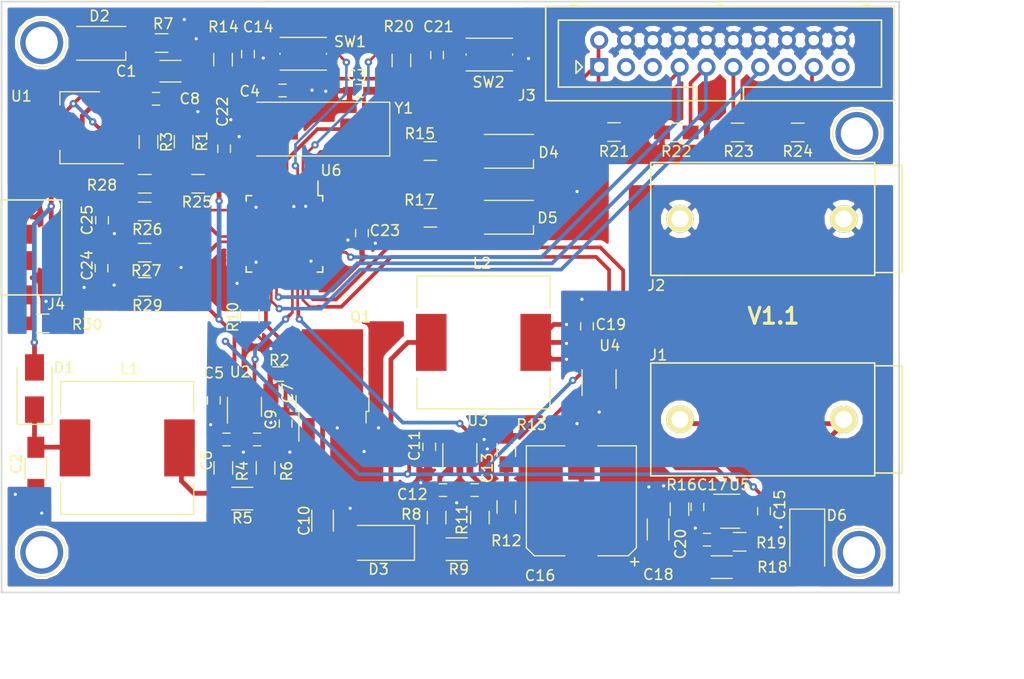
<source format=kicad_pcb>
(kicad_pcb (version 20170123) (host pcbnew no-vcs-found-c78a2ba~59~ubuntu16.04.1)
  (title_block (title "U/I source") (date 2017-09-20) (rev "V 1.0") (company OpenLab))
  (layers (0 F.Cu signal hide) (31 B.Cu signal) (34 B.Paste user) (35 F.Paste user) (36 B.SilkS user) (37 F.SilkS user) (38 B.Mask user) (39 F.Mask user) (44 Edge.Cuts user))
  (net 0 "")
  (net 1 GNDA)
  (net 2 3.3V)
  (net 3 GNDD)
  (net 4 "Net-(D5-Pad2)")
  (net 5 PWM_LPC)
  (net 6 "Net-(R1-Pad1)")
  (net 7 L1_current)
  (net 8 sepic_vout)
  (net 9 XTALIN)
  (net 10 XTALOUT)
  (net 11 boot)
  (net 12 reset)
  (net 13 SWD)
  (net 14 SWC)
  (net 15 MOSI/SWV)
  (net 16 c.v)
  (net 17 c.c)
  (net 18 USB_VBUS)
  (net 19 USB_D-)
  (net 20 USB_D+)
  (net 21 "Net-(D4-Pad2)")
  (net 22 "Net-(D2-Pad1)")
  (net 23 "Net-(J3-Pad11)")
  (net 24 "Net-(J3-Pad17)")
  (net 25 load_current)
  (net 26 "Net-(C2-Pad1)")
  (net 27 "Net-(D6-Pad1)")
  (net 28 DIODE_current)
  (net 29 "Net-(D3-Pad1)")
  (net 30 "Net-(D6-Pad2)")
  (net 31 "Net-(L1-Pad2)")
  (net 32 VCC)
  (net 33 "Net-(J4-Pad6)")
  (net 34 "Net-(C6-Pad1)")
  (net 35 "Net-(C9-Pad1)")
  (net 36 "Net-(C10-Pad1)")
  (net 37 "Net-(C10-Pad2)")
  (net 38 "Net-(C12-Pad1)")
  (net 39 "Net-(C13-Pad1)")
  (net 40 "Net-(C16-Pad1)")
  (net 41 "Net-(C17-Pad1)")
  (net 42 "Net-(C20-Pad1)")
  (net 43 "Net-(C24-Pad2)")
  (net 44 "Net-(C25-Pad2)")
  (net 45 "Net-(R12-Pad1)")
  (module Housings_QFP:LQFP-48_7x7mm_Pitch0.5mm (layer F.Cu) (at 99.3394 73.3552 270)
    (fp_text reference U6 (at -6.0152 -4.4106) (layer F.SilkS))
    (fp_text value LPC1343FBD48)
    (pad 1 smd rect (at -4.35 -2.75 270) (size 1.3 0.25) (layers F.Cu F.Paste F.Mask) (net 17 c.c))
    (pad 2 smd rect (at -4.35 -2.25 270) (size 1.3 0.25) (layers F.Cu F.Paste F.Mask) (net 16 c.v))
    (pad 3 smd rect (at -4.35 -1.75 270) (size 1.3 0.25) (layers F.Cu F.Paste F.Mask) (net 12 reset))
    (pad 4 smd rect (at -4.35 -1.25 270) (size 1.3 0.25) (layers F.Cu F.Paste F.Mask) (net 11 boot))
    (pad 5 smd rect (at -4.35 -0.75 270) (size 1.3 0.25) (layers F.Cu F.Paste F.Mask) (net 3 GNDD))
    (pad 6 smd rect (at -4.35 -0.25 270) (size 1.3 0.25) (layers F.Cu F.Paste F.Mask) (net 9 XTALIN))
    (pad 7 smd rect (at -4.35 0.25 270) (size 1.3 0.25) (layers F.Cu F.Paste F.Mask) (net 10 XTALOUT))
    (pad 8 smd rect (at -4.35 0.75 270) (size 1.3 0.25) (layers F.Cu F.Paste F.Mask) (net 2 3.3V))
    (pad 9 smd rect (at -4.35 1.25 270) (size 1.3 0.25) (layers F.Cu F.Paste F.Mask))
    (pad 10 smd rect (at -4.35 1.75 270) (size 1.3 0.25) (layers F.Cu F.Paste F.Mask))
    (pad 11 smd rect (at -4.35 2.25 270) (size 1.3 0.25) (layers F.Cu F.Paste F.Mask))
    (pad 12 smd rect (at -4.35 2.75 270) (size 1.3 0.25) (layers F.Cu F.Paste F.Mask))
    (pad 13 smd rect (at -2.75 4.35) (size 1.3 0.25) (layers F.Cu F.Paste F.Mask))
    (pad 14 smd rect (at -2.25 4.35) (size 1.3 0.25) (layers F.Cu F.Paste F.Mask) (net 18 USB_VBUS))
    (pad 15 smd rect (at -1.75 4.35) (size 1.3 0.25) (layers F.Cu F.Paste F.Mask))
    (pad 16 smd rect (at -1.25 4.35) (size 1.3 0.25) (layers F.Cu F.Paste F.Mask))
    (pad 17 smd rect (at -0.75 4.35) (size 1.3 0.25) (layers F.Cu F.Paste F.Mask))
    (pad 18 smd rect (at -0.25 4.35) (size 1.3 0.25) (layers F.Cu F.Paste F.Mask))
    (pad 19 smd rect (at 0.25 4.35) (size 1.3 0.25) (layers F.Cu F.Paste F.Mask) (net 19 USB_D-))
    (pad 20 smd rect (at 0.75 4.35) (size 1.3 0.25) (layers F.Cu F.Paste F.Mask) (net 20 USB_D+))
    (pad 21 smd rect (at 1.25 4.35) (size 1.3 0.25) (layers F.Cu F.Paste F.Mask))
    (pad 22 smd rect (at 1.75 4.35) (size 1.3 0.25) (layers F.Cu F.Paste F.Mask))
    (pad 23 smd rect (at 2.25 4.35) (size 1.3 0.25) (layers F.Cu F.Paste F.Mask))
    (pad 24 smd rect (at 2.75 4.35) (size 1.3 0.25) (layers F.Cu F.Paste F.Mask))
    (pad 25 smd rect (at 4.35 2.75 270) (size 1.3 0.25) (layers F.Cu F.Paste F.Mask))
    (pad 26 smd rect (at 4.35 2.25 270) (size 1.3 0.25) (layers F.Cu F.Paste F.Mask))
    (pad 27 smd rect (at 4.35 1.75 270) (size 1.3 0.25) (layers F.Cu F.Paste F.Mask) (net 5 PWM_LPC))
    (pad 28 smd rect (at 4.35 1.25 270) (size 1.3 0.25) (layers F.Cu F.Paste F.Mask) (net 15 MOSI/SWV))
    (pad 29 smd rect (at 4.35 0.75 270) (size 1.3 0.25) (layers F.Cu F.Paste F.Mask) (net 14 SWC))
    (pad 30 smd rect (at 4.35 0.25 270) (size 1.3 0.25) (layers F.Cu F.Paste F.Mask))
    (pad 31 smd rect (at 4.35 -0.25 270) (size 1.3 0.25) (layers F.Cu F.Paste F.Mask))
    (pad 32 smd rect (at 4.35 -0.75 270) (size 1.3 0.25) (layers F.Cu F.Paste F.Mask) (net 7 L1_current))
    (pad 33 smd rect (at 4.35 -1.25 270) (size 1.3 0.25) (layers F.Cu F.Paste F.Mask) (net 28 DIODE_current))
    (pad 34 smd rect (at 4.35 -1.75 270) (size 1.3 0.25) (layers F.Cu F.Paste F.Mask) (net 8 sepic_vout))
    (pad 35 smd rect (at 4.35 -2.25 270) (size 1.3 0.25) (layers F.Cu F.Paste F.Mask) (net 25 load_current))
    (pad 36 smd rect (at 4.35 -2.75 270) (size 1.3 0.25) (layers F.Cu F.Paste F.Mask))
    (pad 37 smd rect (at 2.75 -4.35) (size 1.3 0.25) (layers F.Cu F.Paste F.Mask))
    (pad 38 smd rect (at 2.25 -4.35) (size 1.3 0.25) (layers F.Cu F.Paste F.Mask))
    (pad 39 smd rect (at 1.75 -4.35) (size 1.3 0.25) (layers F.Cu F.Paste F.Mask) (net 13 SWD))
    (pad 40 smd rect (at 1.25 -4.35) (size 1.3 0.25) (layers F.Cu F.Paste F.Mask))
    (pad 41 smd rect (at 0.75 -4.35) (size 1.3 0.25) (layers F.Cu F.Paste F.Mask) (net 3 GNDD))
    (pad 42 smd rect (at 0.25 -4.35) (size 1.3 0.25) (layers F.Cu F.Paste F.Mask))
    (pad 43 smd rect (at -0.25 -4.35) (size 1.3 0.25) (layers F.Cu F.Paste F.Mask))
    (pad 44 smd rect (at -0.75 -4.35) (size 1.3 0.25) (layers F.Cu F.Paste F.Mask) (net 2 3.3V))
    (pad 45 smd rect (at -1.25 -4.35) (size 1.3 0.25) (layers F.Cu F.Paste F.Mask))
    (pad 46 smd rect (at -1.75 -4.35) (size 1.3 0.25) (layers F.Cu F.Paste F.Mask))
    (pad 47 smd rect (at -2.25 -4.35) (size 1.3 0.25) (layers F.Cu F.Paste F.Mask))
    (pad 48 smd rect (at -2.75 -4.35) (size 1.3 0.25) (layers F.Cu F.Paste F.Mask))
  )
  (module TO_SOT_Packages_SMD:SOT-23-5_HandSoldering (layer F.Cu) (at 141.55 99.64)
    (fp_text reference U5 (at 0.9 -2.5 180) (layer F.SilkS))
    (fp_text value INA180B1)
    (pad 1 smd rect (at -1.35 -0.95) (size 1.56 0.65) (layers F.Cu F.Paste F.Mask) (net 41 "Net-(C17-Pad1)"))
    (pad 2 smd rect (at -1.35 0) (size 1.56 0.65) (layers F.Cu F.Paste F.Mask) (net 1 GNDA))
    (pad 3 smd rect (at -1.35 0.95) (size 1.56 0.65) (layers F.Cu F.Paste F.Mask) (net 42 "Net-(C20-Pad1)"))
    (pad 4 smd rect (at 1.35 0.95) (size 1.56 0.65) (layers F.Cu F.Paste F.Mask) (net 25 load_current))
    (pad 5 smd rect (at 1.35 -0.95) (size 1.56 0.65) (layers F.Cu F.Paste F.Mask) (net 2 3.3V))
  )
  (module TO_SOT_Packages_SMD:SOT-223 (layer F.Cu) (at 79.9846 63.2968 180)
    (fp_text reference U1 (at 5.5626 2.9972 180) (layer F.SilkS))
    (fp_text value LM1117-ADJ)
    (pad 4 smd rect (at 3.15 0 180) (size 2 3.8) (layers F.Cu F.Paste F.Mask) (net 2 3.3V))
    (pad 2 smd rect (at -3.15 0 180) (size 2 1.5) (layers F.Cu F.Paste F.Mask) (net 2 3.3V))
    (pad 3 smd rect (at -3.15 2.3 180) (size 2 1.5) (layers F.Cu F.Paste F.Mask) (net 32 VCC))
    (pad 1 smd rect (at -3.15 -2.3 180) (size 2 1.5) (layers F.Cu F.Paste F.Mask) (net 6 "Net-(R1-Pad1)"))
  )
  (module Buttons_Switches_SMD:SW_SPST_KMR2 (layer F.Cu) (at 118.745 56.3626)
    (fp_text reference SW2 (at -0.0762 2.6162) (layer F.SilkS))
    (fp_text value RESET)
    (pad 1 smd rect (at -2.05 -0.8 90) (size 0.9 1) (layers F.Cu F.Paste F.Mask) (net 12 reset))
    (pad 2 smd rect (at -2.05 0.8 90) (size 0.9 1) (layers F.Cu F.Paste F.Mask) (net 3 GNDD))
    (pad 1 smd rect (at 2.05 -0.8 90) (size 0.9 1) (layers F.Cu F.Paste F.Mask) (net 12 reset))
    (pad 2 smd rect (at 2.05 0.8 90) (size 0.9 1) (layers F.Cu F.Paste F.Mask) (net 3 GNDD))
  )
  (module Capacitors_SMD:C_0603_HandSoldering (layer F.Cu) (at 99.1616 59.7662 180)
    (fp_text reference C4 (at 3.1116 -0.0738 180) (layer F.SilkS))
    (fp_text value 27p)
    (pad 1 smd rect (at -0.95 0 180) (size 1.2 0.75) (layers F.Cu F.Paste F.Mask) (net 3 GNDD))
    (pad 2 smd rect (at 0.95 0 180) (size 1.2 0.75) (layers F.Cu F.Paste F.Mask) (net 10 XTALOUT))
  )
  (module Capacitors_SMD:C_0603_HandSoldering (layer F.Cu) (at 92.65 89.14 270)
    (fp_text reference C5 (at -2.6 0) (layer F.SilkS))
    (fp_text value 100n)
    (pad 1 smd rect (at -0.95 0 270) (size 1.2 0.75) (layers F.Cu F.Paste F.Mask) (net 2 3.3V))
    (pad 2 smd rect (at 0.95 0 270) (size 1.2 0.75) (layers F.Cu F.Paste F.Mask) (net 1 GNDA))
  )
  (module Capacitors_SMD:C_0603_HandSoldering (layer F.Cu) (at 113.05 93.54 90)
    (fp_text reference C11 (at 0.1 -1.4 270) (layer F.SilkS))
    (fp_text value 100n)
    (pad 1 smd rect (at -0.95 0 90) (size 1.2 0.75) (layers F.Cu F.Paste F.Mask) (net 1 GNDA))
    (pad 2 smd rect (at 0.95 0 90) (size 1.2 0.75) (layers F.Cu F.Paste F.Mask) (net 2 3.3V))
  )
  (module Capacitors_SMD:C_0603_HandSoldering (layer F.Cu) (at 95.885 56.3118 270)
    (fp_text reference C14 (at -2.5718 -0.965) (layer F.SilkS))
    (fp_text value 100n)
    (pad 1 smd rect (at -0.95 0 270) (size 1.2 0.75) (layers F.Cu F.Paste F.Mask) (net 11 boot))
    (pad 2 smd rect (at 0.95 0 270) (size 1.2 0.75) (layers F.Cu F.Paste F.Mask) (net 3 GNDD))
  )
  (module Capacitors_SMD:C_0603_HandSoldering (layer F.Cu) (at 113.792 56.4134 270)
    (fp_text reference C21 (at -2.6924 -0.127) (layer F.SilkS))
    (fp_text value 100n)
    (pad 1 smd rect (at -0.95 0 270) (size 1.2 0.75) (layers F.Cu F.Paste F.Mask) (net 12 reset))
    (pad 2 smd rect (at 0.95 0 270) (size 1.2 0.75) (layers F.Cu F.Paste F.Mask) (net 3 GNDD))
  )
  (module Capacitors_SMD:C_0603_HandSoldering (layer F.Cu) (at 93.6244 65.278 270)
    (fp_text reference C22 (at -3.5052 0.1524 270) (layer F.SilkS))
    (fp_text value 100n)
    (pad 1 smd rect (at -0.95 0 270) (size 1.2 0.75) (layers F.Cu F.Paste F.Mask) (net 3 GNDD))
    (pad 2 smd rect (at 0.95 0 270) (size 1.2 0.75) (layers F.Cu F.Paste F.Mask) (net 2 3.3V))
  )
  (module Capacitors_SMD:C_0603_HandSoldering (layer F.Cu) (at 106.68 73.279 90)
    (fp_text reference C23 (at 0.239 2.17 180) (layer F.SilkS))
    (fp_text value 100n)
    (pad 1 smd rect (at -0.95 0 90) (size 1.2 0.75) (layers F.Cu F.Paste F.Mask) (net 3 GNDD))
    (pad 2 smd rect (at 0.95 0 90) (size 1.2 0.75) (layers F.Cu F.Paste F.Mask) (net 2 3.3V))
  )
  (module Capacitors_SMD:C_0603_HandSoldering (layer F.Cu) (at 82.0166 76.6064 90)
    (fp_text reference C24 (at 0.2664 -1.3666 270) (layer F.SilkS))
    (fp_text value 18p)
    (pad 1 smd rect (at -0.95 0 90) (size 1.2 0.75) (layers F.Cu F.Paste F.Mask) (net 3 GNDD))
    (pad 2 smd rect (at 0.95 0 90) (size 1.2 0.75) (layers F.Cu F.Paste F.Mask) (net 43 "Net-(C24-Pad2)"))
  )
  (module Capacitors_SMD:C_0603_HandSoldering (layer F.Cu) (at 82.0674 72.0598 90)
    (fp_text reference C25 (at 0.0198 -1.4174 270) (layer F.SilkS))
    (fp_text value 18p)
    (pad 1 smd rect (at -0.95 0 90) (size 1.2 0.75) (layers F.Cu F.Paste F.Mask) (net 3 GNDD))
    (pad 2 smd rect (at 0.95 0 90) (size 1.2 0.75) (layers F.Cu F.Paste F.Mask) (net 44 "Net-(C25-Pad2)"))
  )
  (module Inductors_SMD:L_12x12mm_h8mm (layer F.Cu) (at 84.45 93.64)
    (fp_text reference L1 (at 0.2 -7.5) (layer F.SilkS))
    (fp_text value 180u)
    (pad 1 smd rect (at -4.95 0) (size 2.9 5.4) (layers F.Cu F.Paste F.Mask) (net 26 "Net-(C2-Pad1)"))
    (pad 2 smd rect (at 4.95 0) (size 2.9 5.4) (layers F.Cu F.Paste F.Mask) (net 31 "Net-(L1-Pad2)"))
  )
  (module Inductors_SMD:L_12x12mm_h8mm (layer F.Cu) (at 118.1862 83.6422 180)
    (fp_text reference L2 (at 0.1362 7.5022 180) (layer F.SilkS))
    (fp_text value 180u)
    (pad 1 smd rect (at -4.95 0 180) (size 2.9 5.4) (layers F.Cu F.Paste F.Mask) (net 1 GNDA))
    (pad 2 smd rect (at 4.95 0 180) (size 2.9 5.4) (layers F.Cu F.Paste F.Mask) (net 36 "Net-(C10-Pad1)"))
  )
  (module TO_SOT_Packages_SMD:TO-252-2 (layer F.Cu) (at 103.886 87.7062 90)
    (fp_text reference Q1 (at 6.4662 2.664 180) (layer F.SilkS))
    (fp_text value FDD8778)
    (pad 1 smd rect (at -4.2 -2.28 90) (size 2.2 1.2) (layers F.Cu F.Paste F.Mask) (net 5 PWM_LPC))
    (pad 3 smd rect (at -4.2 2.28 90) (size 2.2 1.2) (layers F.Cu F.Paste F.Mask) (net 1 GNDA))
    (pad 2 smd rect (at 2.1 0 90) (size 6.4 5.8) (layers F.Cu F.Mask) (net 37 "Net-(C10-Pad2)"))
    (pad 2 smd rect (at 3.775 1.525 90) (size 3.05 2.75) (layers F.Cu F.Paste) (net 37 "Net-(C10-Pad2)"))
    (pad 2 smd rect (at 0.425 -1.525 90) (size 3.05 2.75) (layers F.Cu F.Paste) (net 37 "Net-(C10-Pad2)"))
    (pad 2 smd rect (at 3.775 -1.525 90) (size 3.05 2.75) (layers F.Cu F.Paste) (net 37 "Net-(C10-Pad2)"))
    (pad 2 smd rect (at 0.425 1.525 90) (size 3.05 2.75) (layers F.Cu F.Paste) (net 37 "Net-(C10-Pad2)"))
  )
  (module Resistors_SMD:R_0805_HandSoldering (layer F.Cu) (at 89.789 64.6176 90)
    (fp_text reference R1 (at 0.0254 1.7272 90) (layer F.SilkS))
    (fp_text value 390)
    (pad 1 smd rect (at -1.35 0 90) (size 1.5 1.3) (layers F.Cu F.Paste F.Mask) (net 6 "Net-(R1-Pad1)"))
    (pad 2 smd rect (at 1.35 0 90) (size 1.5 1.3) (layers F.Cu F.Paste F.Mask) (net 3 GNDD))
  )
  (module Resistors_SMD:R_0805_HandSoldering (layer F.Cu) (at 86.4616 64.643 270)
    (fp_text reference R3 (at 0 -1.7 270) (layer F.SilkS))
    (fp_text value 240)
    (pad 1 smd rect (at -1.35 0 270) (size 1.5 1.3) (layers F.Cu F.Paste F.Mask) (net 2 3.3V))
    (pad 2 smd rect (at 1.35 0 270) (size 1.5 1.3) (layers F.Cu F.Paste F.Mask) (net 6 "Net-(R1-Pad1)"))
  )
  (module Resistors_SMD:R_1206_HandSoldering (layer F.Cu) (at 95.35 98.44 180)
    (fp_text reference R5 (at 0 -1.85 180) (layer F.SilkS))
    (fp_text value 0.1)
    (pad 1 smd rect (at -2 0 180) (size 2 1.7) (layers F.Cu F.Paste F.Mask) (net 37 "Net-(C10-Pad2)"))
    (pad 2 smd rect (at 2 0 180) (size 2 1.7) (layers F.Cu F.Paste F.Mask) (net 31 "Net-(L1-Pad2)"))
  )
  (module Resistors_SMD:R_0805_HandSoldering (layer F.Cu) (at 87.7062 55.2704)
    (fp_text reference R7 (at 0.1438 -1.8304) (layer F.SilkS))
    (fp_text value 560)
    (pad 1 smd rect (at -1.35 0) (size 1.5 1.3) (layers F.Cu F.Paste F.Mask) (net 22 "Net-(D2-Pad1)"))
    (pad 2 smd rect (at 1.35 0) (size 1.5 1.3) (layers F.Cu F.Paste F.Mask) (net 3 GNDD))
  )
  (module Resistors_SMD:R_1206_HandSoldering (layer F.Cu) (at 115.65 103.24 180)
    (fp_text reference R9 (at -0.2 -1.9 180) (layer F.SilkS))
    (fp_text value 0.068)
    (pad 1 smd rect (at -2 0 180) (size 2 1.7) (layers F.Cu F.Paste F.Mask) (net 40 "Net-(C16-Pad1)"))
    (pad 2 smd rect (at 2 0 180) (size 2 1.7) (layers F.Cu F.Paste F.Mask) (net 29 "Net-(D3-Pad1)"))
  )
  (module Resistors_SMD:R_0805_HandSoldering (layer F.Cu) (at 96.05 81.14 90)
    (fp_text reference R10 (at -0.1 -1.6 90) (layer F.SilkS))
    (fp_text value 0)
    (pad 1 smd rect (at -1.35 0 90) (size 1.5 1.3) (layers F.Cu F.Paste F.Mask) (net 1 GNDA))
    (pad 2 smd rect (at 1.35 0 90) (size 1.5 1.3) (layers F.Cu F.Paste F.Mask) (net 3 GNDD))
  )
  (module Resistors_SMD:R_0805_HandSoldering (layer F.Cu) (at 120.35 99.24 270)
    (fp_text reference R12 (at 3.2 0) (layer F.SilkS))
    (fp_text value 51k)
    (pad 1 smd rect (at -1.35 0 270) (size 1.5 1.3) (layers F.Cu F.Paste F.Mask) (net 45 "Net-(R12-Pad1)"))
    (pad 2 smd rect (at 1.35 0 270) (size 1.5 1.3) (layers F.Cu F.Paste F.Mask) (net 40 "Net-(C16-Pad1)"))
  )
  (module Resistors_SMD:R_0805_HandSoldering (layer F.Cu) (at 120.35 93.84 270)
    (fp_text reference R13 (at -2.4 -2.4 180) (layer F.SilkS))
    (fp_text value 15k)
    (pad 1 smd rect (at -1.35 0 270) (size 1.5 1.3) (layers F.Cu F.Paste F.Mask) (net 1 GNDA))
    (pad 2 smd rect (at 1.35 0 270) (size 1.5 1.3) (layers F.Cu F.Paste F.Mask) (net 45 "Net-(R12-Pad1)"))
  )
  (module Resistors_SMD:R_0805_HandSoldering (layer F.Cu) (at 113.157 65.5066)
    (fp_text reference R15 (at -0.9906 -1.651) (layer F.SilkS))
    (fp_text value 560)
    (pad 1 smd rect (at -1.35 0) (size 1.5 1.3) (layers F.Cu F.Paste F.Mask) (net 16 c.v))
    (pad 2 smd rect (at 1.35 0) (size 1.5 1.3) (layers F.Cu F.Paste F.Mask) (net 21 "Net-(D4-Pad2)"))
  )
  (module Resistors_SMD:R_0805_HandSoldering (layer F.Cu) (at 113.157 71.8312)
    (fp_text reference R17 (at -1.0414 -1.6764 180) (layer F.SilkS))
    (fp_text value 560)
    (pad 1 smd rect (at -1.35 0) (size 1.5 1.3) (layers F.Cu F.Paste F.Mask) (net 17 c.c))
    (pad 2 smd rect (at 1.35 0) (size 1.5 1.3) (layers F.Cu F.Paste F.Mask) (net 4 "Net-(D5-Pad2)"))
  )
  (module Resistors_SMD:R_0805_HandSoldering (layer F.Cu) (at 110.4138 56.9214 90)
    (fp_text reference R20 (at 3.2258 -0.254) (layer F.SilkS))
    (fp_text value 10k)
    (pad 1 smd rect (at -1.35 0 90) (size 1.5 1.3) (layers F.Cu F.Paste F.Mask) (net 2 3.3V))
    (pad 2 smd rect (at 1.35 0 90) (size 1.5 1.3) (layers F.Cu F.Paste F.Mask) (net 12 reset))
  )
  (module Resistors_SMD:R_0805_HandSoldering (layer F.Cu) (at 130.556 63.7032 180)
    (fp_text reference R21 (at 0.006 -1.8368 180) (layer F.SilkS))
    (fp_text value 10k)
    (pad 1 smd rect (at -1.35 0 180) (size 1.5 1.3) (layers F.Cu F.Paste F.Mask) (net 13 SWD))
    (pad 2 smd rect (at 1.35 0 180) (size 1.5 1.3) (layers F.Cu F.Paste F.Mask) (net 2 3.3V))
  )
  (module Resistors_SMD:R_0805_HandSoldering (layer F.Cu) (at 136.45 63.74 180)
    (fp_text reference R22 (at 0 -1.8 180) (layer F.SilkS))
    (fp_text value 10k)
    (pad 1 smd rect (at -1.35 0 180) (size 1.5 1.3) (layers F.Cu F.Paste F.Mask) (net 14 SWC))
    (pad 2 smd rect (at 1.35 0 180) (size 1.5 1.3) (layers F.Cu F.Paste F.Mask) (net 3 GNDD))
  )
  (module Resistors_SMD:R_0805_HandSoldering (layer F.Cu) (at 142.25 63.74)
    (fp_text reference R23 (at 0.1 1.8) (layer F.SilkS))
    (fp_text value 10k)
    (pad 1 smd rect (at -1.35 0) (size 1.5 1.3) (layers F.Cu F.Paste F.Mask) (net 23 "Net-(J3-Pad11)"))
    (pad 2 smd rect (at 1.35 0) (size 1.5 1.3) (layers F.Cu F.Paste F.Mask) (net 3 GNDD))
  )
  (module Resistors_SMD:R_0805_HandSoldering (layer F.Cu) (at 147.95 63.74 180)
    (fp_text reference R24 (at 0 -1.8 180) (layer F.SilkS))
    (fp_text value 10k)
    (pad 1 smd rect (at -1.35 0 180) (size 1.5 1.3) (layers F.Cu F.Paste F.Mask) (net 24 "Net-(J3-Pad17)"))
    (pad 2 smd rect (at 1.35 0 180) (size 1.5 1.3) (layers F.Cu F.Paste F.Mask) (net 3 GNDD))
  )
  (module Resistors_SMD:R_0805_HandSoldering (layer F.Cu) (at 91.1606 68.6054)
    (fp_text reference R25 (at -0.1106 1.7346) (layer F.SilkS))
    (fp_text value 10k)
    (pad 1 smd rect (at -1.35 0) (size 1.5 1.3) (layers F.Cu F.Paste F.Mask) (net 18 USB_VBUS))
    (pad 2 smd rect (at 1.35 0) (size 1.5 1.3) (layers F.Cu F.Paste F.Mask) (net 2 3.3V))
  )
  (module Resistors_SMD:R_0805_HandSoldering (layer F.Cu) (at 86.106 71.2216 180)
    (fp_text reference R26 (at -0.244 -1.7184) (layer F.SilkS))
    (fp_text value 33)
    (pad 1 smd rect (at -1.35 0 180) (size 1.5 1.3) (layers F.Cu F.Paste F.Mask) (net 19 USB_D-))
    (pad 2 smd rect (at 1.35 0 180) (size 1.5 1.3) (layers F.Cu F.Paste F.Mask) (net 44 "Net-(C25-Pad2)"))
  )
  (module Resistors_SMD:R_0805_HandSoldering (layer F.Cu) (at 86.106 75.1332)
    (fp_text reference R27 (at 0.144 1.7068) (layer F.SilkS))
    (fp_text value 33)
    (pad 1 smd rect (at -1.35 0) (size 1.5 1.3) (layers F.Cu F.Paste F.Mask) (net 43 "Net-(C24-Pad2)"))
    (pad 2 smd rect (at 1.35 0) (size 1.5 1.3) (layers F.Cu F.Paste F.Mask) (net 20 USB_D+))
  )
  (module Resistors_SMD:R_0805_HandSoldering (layer F.Cu) (at 86.106 68.6054)
    (fp_text reference R28 (at -4.056 0.1346 180) (layer F.SilkS))
    (fp_text value 1k)
    (pad 1 smd rect (at -1.35 0) (size 1.5 1.3) (layers F.Cu F.Paste F.Mask) (net 32 VCC))
    (pad 2 smd rect (at 1.35 0) (size 1.5 1.3) (layers F.Cu F.Paste F.Mask) (net 18 USB_VBUS))
  )
  (module Resistors_SMD:R_0805_HandSoldering (layer F.Cu) (at 86.106 78.3844)
    (fp_text reference R29 (at 0.244 1.7556 180) (layer F.SilkS))
    (fp_text value 1k5)
    (pad 1 smd rect (at -1.35 0) (size 1.5 1.3) (layers F.Cu F.Paste F.Mask) (net 43 "Net-(C24-Pad2)"))
    (pad 2 smd rect (at 1.35 0) (size 1.5 1.3) (layers F.Cu F.Paste F.Mask) (net 2 3.3V))
  )
  (module Buttons_Switches_SMD:SW_SPST_KMR2 (layer F.Cu) (at 101.1174 56.2864)
    (fp_text reference SW1 (at 4.4326 -1.1464) (layer F.SilkS))
    (fp_text value BOOT)
    (pad 1 smd rect (at -2.05 -0.8 90) (size 0.9 1) (layers F.Cu F.Paste F.Mask) (net 11 boot))
    (pad 2 smd rect (at -2.05 0.8 90) (size 0.9 1) (layers F.Cu F.Paste F.Mask) (net 3 GNDD))
    (pad 1 smd rect (at 2.05 -0.8 90) (size 0.9 1) (layers F.Cu F.Paste F.Mask) (net 11 boot))
    (pad 2 smd rect (at 2.05 0.8 90) (size 0.9 1) (layers F.Cu F.Paste F.Mask) (net 3 GNDD))
  )
  (module Crystals:Crystal_SMD_HC49-SD (layer F.Cu) (at 102.616 63.4238 180)
    (fp_text reference Y1 (at -8.034 1.9838 180) (layer F.SilkS))
    (fp_text value 12MHz/20pF)
    (pad 1 smd rect (at -4.25 0 180) (size 4.5 2) (layers F.Cu F.Paste F.Mask) (net 9 XTALIN))
    (pad 2 smd rect (at 4.25 0 180) (size 4.5 2) (layers F.Cu F.Paste F.Mask) (net 10 XTALOUT))
  )
  (module TO_SOT_Packages_SMD:SOT-23-5_HandSoldering (layer F.Cu) (at 129.1336 87.122 90)
    (fp_text reference U4 (at 3.182 1.0164 180) (layer F.SilkS))
    (fp_text value LMV321)
    (pad 1 smd rect (at -1.35 -0.95 90) (size 1.56 0.65) (layers F.Cu F.Paste F.Mask) (net 45 "Net-(R12-Pad1)"))
    (pad 2 smd rect (at -1.35 0 90) (size 1.56 0.65) (layers F.Cu F.Paste F.Mask) (net 1 GNDA))
    (pad 3 smd rect (at -1.35 0.95 90) (size 1.56 0.65) (layers F.Cu F.Paste F.Mask) (net 8 sepic_vout))
    (pad 4 smd rect (at 1.35 0.95 90) (size 1.56 0.65) (layers F.Cu F.Paste F.Mask) (net 8 sepic_vout))
    (pad 5 smd rect (at 1.35 -0.95 90) (size 1.56 0.65) (layers F.Cu F.Paste F.Mask) (net 2 3.3V))
  )
  (module power_modi:Banana_multicomp_4mm (layer F.Cu) (at 144.55 90.94)
    (fp_text reference J1 (at -9.8 -6.1) (layer F.SilkS))
    (fp_text value BANANEN_RED)
    (pad 1 thru_hole circle (at -7.75 0) (size 2.6 2.6) (drill 1.6) (layers *.Cu *.Mask F.SilkS) (net 27 "Net-(D6-Pad1)"))
    (pad 1 thru_hole circle (at 7.75 0) (size 2.6 2.6) (drill 1.6) (layers *.Cu *.Mask F.SilkS) (net 27 "Net-(D6-Pad1)"))
  )
  (module power_modi:Banana_multicomp_4mm (layer F.Cu) (at 144.55 71.94)
    (fp_text reference J2 (at -10 6.3) (layer F.SilkS))
    (fp_text value BANANEN_BLACK)
    (pad 1 thru_hole circle (at -7.75 0) (size 2.6 2.6) (drill 1.6) (layers *.Cu *.Mask F.SilkS) (net 1 GNDA))
    (pad 1 thru_hole circle (at 7.75 0) (size 2.6 2.6) (drill 1.6) (layers *.Cu *.Mask F.SilkS) (net 1 GNDA))
  )
  (module Connectors_Multicomp:Multicomp_MC9A12-2034_2x10x2.54mm_Straight (layer F.Cu) (at 129.15 57.54)
    (fp_text reference J3 (at -6.858 2.6924) (layer F.SilkS))
    (fp_text value CONN_02X10)
    (pad 1 thru_hole rect (at 0 0) (size 1.7 1.7) (drill 1) (layers *.Cu *.Mask) (net 2 3.3V))
    (pad 2 thru_hole circle (at 0 -2.54) (size 1.7 1.7) (drill 1) (layers *.Cu *.Mask) (net 2 3.3V))
    (pad 3 thru_hole circle (at 2.54 0) (size 1.7 1.7) (drill 1) (layers *.Cu *.Mask))
    (pad 4 thru_hole circle (at 2.54 -2.54) (size 1.7 1.7) (drill 1) (layers *.Cu *.Mask) (net 3 GNDD))
    (pad 5 thru_hole circle (at 5.08 0) (size 1.7 1.7) (drill 1) (layers *.Cu *.Mask))
    (pad 6 thru_hole circle (at 5.08 -2.54) (size 1.7 1.7) (drill 1) (layers *.Cu *.Mask) (net 3 GNDD))
    (pad 7 thru_hole circle (at 7.62 0) (size 1.7 1.7) (drill 1) (layers *.Cu *.Mask) (net 13 SWD))
    (pad 8 thru_hole circle (at 7.62 -2.54) (size 1.7 1.7) (drill 1) (layers *.Cu *.Mask) (net 3 GNDD))
    (pad 9 thru_hole circle (at 10.16 0) (size 1.7 1.7) (drill 1) (layers *.Cu *.Mask) (net 14 SWC))
    (pad 10 thru_hole circle (at 10.16 -2.54) (size 1.7 1.7) (drill 1) (layers *.Cu *.Mask) (net 3 GNDD))
    (pad 11 thru_hole circle (at 12.7 0) (size 1.7 1.7) (drill 1) (layers *.Cu *.Mask) (net 23 "Net-(J3-Pad11)"))
    (pad 12 thru_hole circle (at 12.7 -2.54) (size 1.7 1.7) (drill 1) (layers *.Cu *.Mask) (net 3 GNDD))
    (pad 13 thru_hole circle (at 15.24 0) (size 1.7 1.7) (drill 1) (layers *.Cu *.Mask) (net 15 MOSI/SWV))
    (pad 14 thru_hole circle (at 15.24 -2.54) (size 1.7 1.7) (drill 1) (layers *.Cu *.Mask) (net 3 GNDD))
    (pad 15 thru_hole circle (at 17.78 0) (size 1.7 1.7) (drill 1) (layers *.Cu *.Mask))
    (pad 16 thru_hole circle (at 17.78 -2.54) (size 1.7 1.7) (drill 1) (layers *.Cu *.Mask) (net 3 GNDD))
    (pad 17 thru_hole circle (at 20.32 0) (size 1.7 1.7) (drill 1) (layers *.Cu *.Mask) (net 24 "Net-(J3-Pad17)"))
    (pad 18 thru_hole circle (at 20.32 -2.54) (size 1.7 1.7) (drill 1) (layers *.Cu *.Mask) (net 3 GNDD))
    (pad 19 thru_hole circle (at 22.86 0) (size 1.7 1.7) (drill 1) (layers *.Cu *.Mask))
    (pad 20 thru_hole circle (at 22.86 -2.54) (size 1.7 1.7) (drill 1) (layers *.Cu *.Mask) (net 3 GNDD))
  )
  (module power_modi:USB_Micro-B_SMD (layer F.Cu) (at 75.25 74.64 270)
    (fp_text reference J4 (at 5.3848 -2.4638) (layer F.SilkS))
    (fp_text value USB_OTG)
    (pad 6 smd rect (at -4.5 0.75) (size 1.9 1.8) (layers F.Cu F.Paste F.Mask) (net 33 "Net-(J4-Pad6)"))
    (pad 6 smd rect (at 4.5 0.75) (size 1.9 1.8) (layers F.Cu F.Paste F.Mask) (net 33 "Net-(J4-Pad6)"))
    (pad 1 smd rect (at -1.3 -2) (size 1.6 0.4) (layers F.Cu F.Paste F.Mask) (net 32 VCC))
    (pad 2 smd rect (at -0.65 -2) (size 1.6 0.4) (layers F.Cu F.Paste F.Mask) (net 44 "Net-(C25-Pad2)"))
    (pad 3 smd rect (at -0.0009 -2) (size 1.6 0.4) (layers F.Cu F.Paste F.Mask) (net 43 "Net-(C24-Pad2)"))
    (pad 4 smd rect (at 0.65 -2) (size 1.6 0.4) (layers F.Cu F.Paste F.Mask))
    (pad 5 smd rect (at 1.3 -2) (size 1.6 0.4) (layers F.Cu F.Paste F.Mask) (net 3 GNDD))
    (pad 6 smd rect (at -1.25 0.75) (size 1.9 1.8) (layers F.Cu F.Paste F.Mask) (net 33 "Net-(J4-Pad6)"))
    (pad 6 smd rect (at 1.25 0.75) (size 1.9 1.8) (layers F.Cu F.Paste F.Mask) (net 33 "Net-(J4-Pad6)"))
  )
  (module Capacitors_SMD:C_0603_HandSoldering (layer F.Cu) (at 99.45 91.34 270)
    (fp_text reference C7 (at -2.9 -0.2 270) (layer F.SilkS))
    (fp_text value 100p)
    (pad 1 smd rect (at -0.95 0 270) (size 1.2 0.75) (layers F.Cu F.Paste F.Mask) (net 5 PWM_LPC))
    (pad 2 smd rect (at 0.95 0 270) (size 1.2 0.75) (layers F.Cu F.Paste F.Mask) (net 1 GNDA))
  )
  (module Diodes_SMD:D_SMA (layer F.Cu) (at 75.6666 88.011 90)
    (fp_text reference D1 (at 1.971 2.7834) (layer F.SilkS))
    (fp_text value STPS1L30A)
    (pad 1 smd rect (at -2 0 90) (size 2.5 1.8) (layers F.Cu F.Paste F.Mask) (net 26 "Net-(C2-Pad1)"))
    (pad 2 smd rect (at 2 0 90) (size 2.5 1.8) (layers F.Cu F.Paste F.Mask) (net 32 VCC))
  )
  (module LEDs:LED_PLCC-2 (layer F.Cu) (at 81.915 55.2958 180)
    (fp_text reference D2 (at 0.1016 2.5908 180) (layer F.SilkS))
    (fp_text value RED_POWER)
    (pad 1 smd rect (at -1.5 0 180) (size 1.5 2.6) (layers F.Cu F.Paste F.Mask) (net 22 "Net-(D2-Pad1)"))
    (pad 2 smd rect (at 1.5 0 180) (size 1.5 2.6) (layers F.Cu F.Paste F.Mask) (net 2 3.3V))
  )
  (module Diodes_SMD:D_SMA (layer F.Cu) (at 108.25 102.64 180)
    (fp_text reference D3 (at 0 -2.5 180) (layer F.SilkS))
    (fp_text value BYS10-25)
    (pad 1 smd rect (at -2 0 180) (size 2.5 1.8) (layers F.Cu F.Paste F.Mask) (net 29 "Net-(D3-Pad1)"))
    (pad 2 smd rect (at 2 0 180) (size 2.5 1.8) (layers F.Cu F.Paste F.Mask) (net 36 "Net-(C10-Pad1)"))
  )
  (module LEDs:LED_PLCC-2 (layer F.Cu) (at 120.523 71.7804 180)
    (fp_text reference D5 (at -3.727 -0.0596) (layer F.SilkS))
    (fp_text value C.C)
    (pad 1 smd rect (at -1.5 0 180) (size 1.5 2.6) (layers F.Cu F.Paste F.Mask) (net 3 GNDD))
    (pad 2 smd rect (at 1.5 0 180) (size 1.5 2.6) (layers F.Cu F.Paste F.Mask) (net 4 "Net-(D5-Pad2)"))
  )
  (module Capacitors_SMD:C_1206_HandSoldering (layer F.Cu) (at 88.5444 57.9374)
    (fp_text reference C1 (at -4.1944 0.0026) (layer F.SilkS))
    (fp_text value 10u)
    (pad 1 smd rect (at -2 0) (size 2 1.6) (layers F.Cu F.Paste F.Mask) (net 32 VCC))
    (pad 2 smd rect (at 2 0) (size 2 1.6) (layers F.Cu F.Paste F.Mask) (net 3 GNDD))
  )
  (module Capacitors_SMD:C_1206_HandSoldering (layer F.Cu) (at 75.7936 95.5802 270)
    (fp_text reference C2 (at -0.4402 1.8436 90) (layer F.SilkS))
    (fp_text value 10u)
    (pad 1 smd rect (at -2 0 270) (size 2 1.6) (layers F.Cu F.Paste F.Mask) (net 26 "Net-(C2-Pad1)"))
    (pad 2 smd rect (at 2 0 270) (size 2 1.6) (layers F.Cu F.Paste F.Mask) (net 1 GNDA))
  )
  (module TO_SOT_Packages_SMD:SOT-23-5_HandSoldering (layer F.Cu) (at 115.95 94.14 90)
    (fp_text reference U3 (at 3.1 1.7 180) (layer F.SilkS))
    (fp_text value INA180B1)
    (pad 1 smd rect (at -1.35 -0.95 90) (size 1.56 0.65) (layers F.Cu F.Paste F.Mask) (net 38 "Net-(C12-Pad1)"))
    (pad 2 smd rect (at -1.35 0 90) (size 1.56 0.65) (layers F.Cu F.Paste F.Mask) (net 1 GNDA))
    (pad 3 smd rect (at -1.35 0.95 90) (size 1.56 0.65) (layers F.Cu F.Paste F.Mask) (net 39 "Net-(C13-Pad1)"))
    (pad 4 smd rect (at 1.35 0.95 90) (size 1.56 0.65) (layers F.Cu F.Paste F.Mask) (net 28 DIODE_current))
    (pad 5 smd rect (at 1.35 -0.95 90) (size 1.56 0.65) (layers F.Cu F.Paste F.Mask) (net 2 3.3V))
  )
  (module Capacitors_SMD:C_0603_HandSoldering (layer F.Cu) (at 106.4514 59.7916)
    (fp_text reference C3 (at -0.3014 -1.4516) (layer F.SilkS))
    (fp_text value 27p)
    (pad 1 smd rect (at -0.95 0) (size 1.2 0.75) (layers F.Cu F.Paste F.Mask) (net 3 GNDD))
    (pad 2 smd rect (at 0.95 0) (size 1.2 0.75) (layers F.Cu F.Paste F.Mask) (net 9 XTALIN))
  )
  (module Capacitors_SMD:C_0603_HandSoldering (layer F.Cu) (at 87.1728 60.5536)
    (fp_text reference C8 (at 3.2004 0) (layer F.SilkS))
    (fp_text value 100n)
    (pad 1 smd rect (at -0.95 0) (size 1.2 0.75) (layers F.Cu F.Paste F.Mask) (net 2 3.3V))
    (pad 2 smd rect (at 0.95 0) (size 1.2 0.75) (layers F.Cu F.Paste F.Mask) (net 3 GNDD))
  )
  (module Capacitors_SMD:C_1206_HandSoldering (layer F.Cu) (at 102.95 100.54 90)
    (fp_text reference C10 (at 0 -1.75 90) (layer F.SilkS))
    (fp_text value 10u)
    (pad 1 smd rect (at -2 0 90) (size 2 1.6) (layers F.Cu F.Paste F.Mask) (net 36 "Net-(C10-Pad1)"))
    (pad 2 smd rect (at 2 0 90) (size 2 1.6) (layers F.Cu F.Paste F.Mask) (net 37 "Net-(C10-Pad2)"))
  )
  (module Capacitors_SMD:CP_Elec_10x10 (layer F.Cu) (at 127.4572 98.6536 90)
    (fp_text reference C16 (at -7.0864 -3.9072 180) (layer F.SilkS))
    (fp_text value 330u)
    (fp_text user + (at -5.78 4.97 90) (layer F.SilkS))
    (pad 1 smd rect (at -4 0 270) (size 4 2.5) (layers F.Cu F.Paste F.Mask) (net 40 "Net-(C16-Pad1)"))
    (pad 2 smd rect (at 4 0 270) (size 4 2.5) (layers F.Cu F.Paste F.Mask) (net 1 GNDA))
  )
  (module Capacitors_SMD:C_0603_HandSoldering (layer F.Cu) (at 144.75 99.64 270)
    (fp_text reference C15 (at -0.6 -1.5 90) (layer F.SilkS))
    (fp_text value 100n)
    (pad 1 smd rect (at -0.95 0 270) (size 1.2 0.75) (layers F.Cu F.Paste F.Mask) (net 2 3.3V))
    (pad 2 smd rect (at 0.95 0 270) (size 1.2 0.75) (layers F.Cu F.Paste F.Mask) (net 1 GNDA))
  )
  (module Capacitors_SMD:C_1206_HandSoldering (layer F.Cu) (at 134.7216 101.3714 90)
    (fp_text reference C18 (at -4.2686 0.0284 180) (layer F.SilkS))
    (fp_text value 22u)
    (pad 1 smd rect (at -2 0 90) (size 2 1.6) (layers F.Cu F.Paste F.Mask) (net 40 "Net-(C16-Pad1)"))
    (pad 2 smd rect (at 2 0 90) (size 2 1.6) (layers F.Cu F.Paste F.Mask) (net 1 GNDA))
  )
  (module Capacitors_SMD:C_0603_HandSoldering (layer F.Cu) (at 127.9906 82.1182 90)
    (fp_text reference C19 (at 0.1782 2.2594 180) (layer F.SilkS))
    (fp_text value 100n)
    (pad 1 smd rect (at -0.95 0 90) (size 1.2 0.75) (layers F.Cu F.Paste F.Mask) (net 2 3.3V))
    (pad 2 smd rect (at 0.95 0 90) (size 1.2 0.75) (layers F.Cu F.Paste F.Mask) (net 1 GNDA))
  )
  (module LEDs:LED_PLCC-2 (layer F.Cu) (at 120.523 65.532 180)
    (fp_text reference D4 (at -3.827 -0.108) (layer F.SilkS))
    (fp_text value C.V)
    (pad 1 smd rect (at -1.5 0 180) (size 1.5 2.6) (layers F.Cu F.Paste F.Mask) (net 3 GNDD))
    (pad 2 smd rect (at 1.5 0 180) (size 1.5 2.6) (layers F.Cu F.Paste F.Mask) (net 21 "Net-(D4-Pad2)"))
  )
  (module Diodes_SMD:D_SMA (layer F.Cu) (at 148.85 102.84 270)
    (fp_text reference D6 (at -2.8 -2.8) (layer F.SilkS))
    (fp_text value STPS1L30A)
    (pad 1 smd rect (at -2 0 270) (size 2.5 1.8) (layers F.Cu F.Paste F.Mask) (net 27 "Net-(D6-Pad1)"))
    (pad 2 smd rect (at 2 0 270) (size 2.5 1.8) (layers F.Cu F.Paste F.Mask) (net 30 "Net-(D6-Pad2)"))
  )
  (module Resistors_SMD:R_0805_HandSoldering (layer F.Cu) (at 93.5228 56.8452 90)
    (fp_text reference R14 (at 3.1052 0.0272 180) (layer F.SilkS))
    (fp_text value 10k)
    (pad 1 smd rect (at -1.35 0 90) (size 1.5 1.3) (layers F.Cu F.Paste F.Mask) (net 2 3.3V))
    (pad 2 smd rect (at 1.35 0 90) (size 1.5 1.3) (layers F.Cu F.Paste F.Mask) (net 11 boot))
  )
  (module Resistors_SMD:R_1206_HandSoldering (layer F.Cu) (at 140.75 104.94 180)
    (fp_text reference R18 (at -4.8 0 180) (layer F.SilkS))
    (fp_text value 0.24)
    (pad 1 smd rect (at -2 0 180) (size 2 1.7) (layers F.Cu F.Paste F.Mask) (net 30 "Net-(D6-Pad2)"))
    (pad 2 smd rect (at 2 0 180) (size 2 1.7) (layers F.Cu F.Paste F.Mask) (net 40 "Net-(C16-Pad1)"))
  )
  (module Capacitors_SMD:C_0603 (layer F.Cu) (at 96.75 92.84 180)
    (fp_text reference C9 (at -1.3 1.9 270) (layer F.SilkS))
    (fp_text value "22n(DNI)")
    (pad 2 smd rect (at 0.75 0 180) (size 0.8 0.75) (layers F.Cu F.Paste F.Mask) (net 1 GNDA))
    (pad 1 smd rect (at -0.75 0 180) (size 0.8 0.75) (layers F.Cu F.Paste F.Mask) (net 35 "Net-(C9-Pad1)"))
  )
  (module Capacitors_SMD:C_0603 (layer F.Cu) (at 114.35 97.64)
    (fp_text reference C12 (at -2.9 0.4 180) (layer F.SilkS))
    (fp_text value 22n)
    (pad 2 smd rect (at 0.75 0) (size 0.8 0.75) (layers F.Cu F.Paste F.Mask) (net 1 GNDA))
    (pad 1 smd rect (at -0.75 0) (size 0.8 0.75) (layers F.Cu F.Paste F.Mask) (net 38 "Net-(C12-Pad1)"))
  )
  (module Capacitors_SMD:C_0603 (layer F.Cu) (at 117.35 97.64 180)
    (fp_text reference C13 (at -1.2 2.1 270) (layer F.SilkS))
    (fp_text value 22n)
    (pad 2 smd rect (at 0.75 0 180) (size 0.8 0.75) (layers F.Cu F.Paste F.Mask) (net 1 GNDA))
    (pad 1 smd rect (at -0.75 0 180) (size 0.8 0.75) (layers F.Cu F.Paste F.Mask) (net 39 "Net-(C13-Pad1)"))
  )
  (module Capacitors_SMD:C_0603 (layer F.Cu) (at 138.45 99.24 270)
    (fp_text reference C17 (at -2.1 -1.4 180) (layer F.SilkS))
    (fp_text value 22n)
    (pad 2 smd rect (at 0.75 0 270) (size 0.8 0.75) (layers F.Cu F.Paste F.Mask) (net 1 GNDA))
    (pad 1 smd rect (at -0.75 0 270) (size 0.8 0.75) (layers F.Cu F.Paste F.Mask) (net 41 "Net-(C17-Pad1)"))
  )
  (module Capacitors_SMD:C_0603 (layer F.Cu) (at 139.35 102.34 180)
    (fp_text reference C20 (at 2.5 -0.4 90) (layer F.SilkS))
    (fp_text value 22n)
    (pad 2 smd rect (at 0.75 0 180) (size 0.8 0.75) (layers F.Cu F.Paste F.Mask) (net 1 GNDA))
    (pad 1 smd rect (at -0.75 0 180) (size 0.8 0.75) (layers F.Cu F.Paste F.Mask) (net 42 "Net-(C20-Pad1)"))
  )
  (module Resistors_SMD:R_0805 (layer F.Cu) (at 113.75 100.24 90)
    (fp_text reference R8 (at 0.3 -2.4 180) (layer F.SilkS))
    (fp_text value 10)
    (pad 1 smd rect (at -0.95 0 90) (size 0.7 1.3) (layers F.Cu F.Paste F.Mask) (net 29 "Net-(D3-Pad1)"))
    (pad 2 smd rect (at 0.95 0 90) (size 0.7 1.3) (layers F.Cu F.Paste F.Mask) (net 38 "Net-(C12-Pad1)"))
  )
  (module Resistors_SMD:R_0805 (layer F.Cu) (at 117.85 100.24 90)
    (fp_text reference R11 (at -0.2 -1.7 90) (layer F.SilkS))
    (fp_text value 10)
    (pad 1 smd rect (at -0.95 0 90) (size 0.7 1.3) (layers F.Cu F.Paste F.Mask) (net 40 "Net-(C16-Pad1)"))
    (pad 2 smd rect (at 0.95 0 90) (size 0.7 1.3) (layers F.Cu F.Paste F.Mask) (net 39 "Net-(C13-Pad1)"))
  )
  (module Resistors_SMD:R_0805 (layer F.Cu) (at 93.55 95.54 90)
    (fp_text reference R4 (at -0.3 1.8 90) (layer F.SilkS))
    (fp_text value 10)
    (pad 1 smd rect (at -0.95 0 90) (size 0.7 1.3) (layers F.Cu F.Paste F.Mask) (net 31 "Net-(L1-Pad2)"))
    (pad 2 smd rect (at 0.95 0 90) (size 0.7 1.3) (layers F.Cu F.Paste F.Mask) (net 34 "Net-(C6-Pad1)"))
  )
  (module Resistors_SMD:R_0805 (layer F.Cu) (at 97.55 95.54 90)
    (fp_text reference R6 (at -0.3 2 90) (layer F.SilkS))
    (fp_text value 10)
    (pad 1 smd rect (at -0.95 0 90) (size 0.7 1.3) (layers F.Cu F.Paste F.Mask) (net 37 "Net-(C10-Pad2)"))
    (pad 2 smd rect (at 0.95 0 90) (size 0.7 1.3) (layers F.Cu F.Paste F.Mask) (net 35 "Net-(C9-Pad1)"))
  )
  (module Resistors_SMD:R_0805 (layer F.Cu) (at 136.75 99.44 90)
    (fp_text reference R16 (at 2.3 0.2 180) (layer F.SilkS))
    (fp_text value 10)
    (pad 1 smd rect (at -0.95 0 90) (size 0.7 1.3) (layers F.Cu F.Paste F.Mask) (net 40 "Net-(C16-Pad1)"))
    (pad 2 smd rect (at 0.95 0 90) (size 0.7 1.3) (layers F.Cu F.Paste F.Mask) (net 41 "Net-(C17-Pad1)"))
  )
  (module Resistors_SMD:R_0805 (layer F.Cu) (at 142.45 102.54 180)
    (fp_text reference R19 (at -3 -0.1 180) (layer F.SilkS))
    (fp_text value 10)
    (pad 1 smd rect (at -0.95 0 180) (size 0.7 1.3) (layers F.Cu F.Paste F.Mask) (net 30 "Net-(D6-Pad2)"))
    (pad 2 smd rect (at 0.95 0 180) (size 0.7 1.3) (layers F.Cu F.Paste F.Mask) (net 42 "Net-(C20-Pad1)"))
  )
  (module Capacitors_SMD:C_0603 (layer F.Cu) (at 93.85 92.84)
    (fp_text reference C6 (at -1.9 2 90) (layer F.SilkS))
    (fp_text value "22n(DNI)")
    (pad 2 smd rect (at 0.75 0) (size 0.8 0.75) (layers F.Cu F.Paste F.Mask) (net 1 GNDA))
    (pad 1 smd rect (at -0.75 0) (size 0.8 0.75) (layers F.Cu F.Paste F.Mask) (net 34 "Net-(C6-Pad1)"))
  )
  (module TO_SOT_Packages_SMD:SOT-23-5_HandSoldering (layer F.Cu) (at 95.55 89.74 90)
    (fp_text reference U2 (at 3.3 -0.4 180) (layer F.SilkS))
    (fp_text value INA180B1)
    (pad 1 smd rect (at -1.35 -0.95 90) (size 1.56 0.65) (layers F.Cu F.Paste F.Mask) (net 34 "Net-(C6-Pad1)"))
    (pad 2 smd rect (at -1.35 0 90) (size 1.56 0.65) (layers F.Cu F.Paste F.Mask) (net 1 GNDA))
    (pad 3 smd rect (at -1.35 0.95 90) (size 1.56 0.65) (layers F.Cu F.Paste F.Mask) (net 35 "Net-(C9-Pad1)"))
    (pad 4 smd rect (at 1.35 0.95 90) (size 1.56 0.65) (layers F.Cu F.Paste F.Mask) (net 7 L1_current))
    (pad 5 smd rect (at 1.35 -0.95 90) (size 1.56 0.65) (layers F.Cu F.Paste F.Mask) (net 2 3.3V))
  )
  (module Resistors_SMD:R_0805_HandSoldering (layer F.Cu) (at 76.45 81.84 180)
    (fp_text reference R30 (at -4.2 -0.1 180) (layer F.SilkS))
    (fp_text value 10k)
    (pad 1 smd rect (at -1.35 0 180) (size 1.5 1.3) (layers F.Cu F.Paste F.Mask) (net 3 GNDD))
    (pad 2 smd rect (at 1.35 0 180) (size 1.5 1.3) (layers F.Cu F.Paste F.Mask) (net 33 "Net-(J4-Pad6)"))
  )
  (module Connectors:1pin (layer F.Cu) (at 76.35 103.54)
    (fp_text reference REF** hide)
    (fp_text value 1pin)
    (pad 1 thru_hole circle (at 0 0) (size 4.064 4.064) (drill 3.048) (layers *.Cu *.Mask))
  )
  (module Connectors:1pin (layer F.Cu) (at 76.35 55.24)
    (fp_text reference REF** hide)
    (fp_text value 1pin)
    (pad 1 thru_hole circle (at 0 0) (size 4.064 4.064) (drill 3.048) (layers *.Cu *.Mask))
  )
  (module Connectors:1pin (layer F.Cu) (at 153.55 63.84)
    (fp_text reference REF** hide)
    (fp_text value 1pin)
    (pad 1 thru_hole circle (at 0 0) (size 4.064 4.064) (drill 3.048) (layers *.Cu *.Mask))
  )
  (module Connectors:1pin (layer F.Cu) (at 153.75 103.54)
    (fp_text reference REF** hide)
    (fp_text value 1pin)
    (pad 1 thru_hole circle (at 0 0) (size 4.064 4.064) (drill 3.048) (layers *.Cu *.Mask))
  )
  (module Resistors_SMD:R_0603 (layer F.Cu) (at 98.75 86.64)
    (fp_text reference R2 (at 0.1 -1.3 180) (layer F.SilkS))
    (fp_text value 4k7)
    (pad 1 smd rect (at -0.75 0) (size 0.5 0.9) (layers F.Cu F.Paste F.Mask) (net 1 GNDA))
    (pad 2 smd rect (at 0.75 0) (size 0.5 0.9) (layers F.Cu F.Paste F.Mask) (net 5 PWM_LPC))
  )
  (gr_text "OpenLab U/I Source" (at 90.522 104.6724) (layer F.Cu) (effects (font (size 1.5 1.5) (thickness 0.3))))
  (gr_text V1.1 (at 145.65 81.14) (layer F.SilkS) (effects (font (size 1.5 1.5) (thickness 0.3))))
  (gr_line (start 72.55 51.34) (end 72.55 107.34) (angle 90) (layer Edge.Cuts) (width 0.15))
  (gr_line (start 157.55 51.34) (end 72.55 51.34) (angle 90) (layer Edge.Cuts) (width 0.15))
  (gr_line (start 157.55 107.34) (end 72.55 107.34) (angle 90) (layer Edge.Cuts) (width 0.15))
  (gr_line (start 157.55 107.34) (end 157.55 51.34) (angle 90) (layer Edge.Cuts) (width 0.15))
  (gr_line (start 157.5308 107.3912) (end 157.5308 107.3658) (angle 90) (layer Edge.Cuts) (width 0.15))
  (gr_text boot (at 100.711 53.34) (layer F.Cu) (effects (font (size 1.5 1.5) (thickness 0.3))))
  (gr_text C.C (at 120.396 68.9356) (layer F.Cu) (effects (font (size 1.5 1.5) (thickness 0.3))))
  (gr_text C.V (at 120.4722 62.5348) (layer F.Cu) (effects (font (size 1.5 1.5) (thickness 0.3))))
  (gr_text reset (at 118.6434 53.3146) (layer F.Cu) (effects (font (size 1.5 1.5) (thickness 0.3))))
  (via (at 126.05 81.94) (size 0.7) (drill 0.3) (layers F.Cu B.Cu) (net 1))
  (segment (start 123.1362 83.6422) (end 124.8384 81.94) (width 0.45) (layer F.Cu) (net 1))
  (segment (start 126.05 81.94) (end 124.8384 81.94) (width 0.45) (layer F.Cu) (net 1))
  (segment (start 126.05 81.94) (end 126.15 81.94) (width 0.45) (layer B.Cu) (net 1))
  (segment (start 123.1362 83.6422) (end 123.1362 81.9538) (width 0.45) (layer F.Cu) (net 1))
  (segment (start 95.45 94.04) (end 95.45 95.14) (width 0.25) (layer F.Cu) (net 1))
  (segment (start 99.45 93.64) (end 99.85 94.04) (width 0.35) (layer F.Cu) (net 1))
  (via (at 99.85 94.04) (size 0.7) (drill 0.3) (layers F.Cu B.Cu) (net 1))
  (segment (start 99.45 92.29) (end 99.45 93.64) (width 0.35) (layer F.Cu) (net 1))
  (segment (start 95.55 93.94) (end 95.45 94.04) (width 0.45) (layer F.Cu) (net 1))
  (via (at 95.45 94.04) (size 0.7) (drill 0.3) (layers F.Cu B.Cu) (net 1))
  (segment (start 95.55 93.94) (end 95.55 92.29) (width 0.45) (layer F.Cu) (net 1))
  (segment (start 98.35 95.54) (end 99.85 94.04) (width 0.25) (layer F.Cu) (net 1))
  (segment (start 95.85 95.54) (end 98.35 95.54) (width 0.25) (layer F.Cu) (net 1))
  (segment (start 95.45 95.14) (end 95.85 95.54) (width 0.25) (layer F.Cu) (net 1))
  (segment (start 96.05 82.49) (end 96.3 82.49) (width 0.25) (layer F.Cu) (net 1))
  (segment (start 96.3 82.49) (end 98.05 84.24) (width 0.25) (layer F.Cu) (net 1))
  (via (at 98.05 84.24) (size 0.7) (drill 0.3) (layers F.Cu B.Cu) (net 1))
  (segment (start 92.65 90.09) (end 93 89.74) (width 0.25) (layer F.Cu) (net 1))
  (segment (start 93 89.74) (end 97.95 89.74) (width 0.25) (layer F.Cu) (net 1))
  (segment (start 98.5 92.29) (end 98.05 91.24) (width 0.35) (layer F.Cu) (net 1))
  (via (at 98.05 91.24) (size 0.7) (drill 0.3) (layers F.Cu B.Cu) (net 1))
  (segment (start 99.45 92.29) (end 98.5 92.29) (width 0.35) (layer F.Cu) (net 1))
  (segment (start 98.05 89.84) (end 98.05 91.24) (width 0.25) (layer F.Cu) (net 1))
  (segment (start 97.95 89.74) (end 98.05 89.84) (width 0.25) (layer F.Cu) (net 1))
  (segment (start 95.55 91.09) (end 95.55 82.99) (width 0.25) (layer F.Cu) (net 1))
  (segment (start 95.55 82.99) (end 96.05 82.49) (width 0.25) (layer F.Cu) (net 1))
  (segment (start 134.7216 99.3714) (end 134.7216 98.2116) (width 0.45) (layer F.Cu) (net 1))
  (via (at 133.85 97.34) (size 0.7) (drill 0.3) (layers F.Cu B.Cu) (net 1))
  (segment (start 134.7216 98.2116) (end 133.85 97.34) (width 0.45) (layer F.Cu) (net 1))
  (segment (start 118.55 93.54) (end 118.55 93.74) (width 0.45) (layer F.Cu) (net 1))
  (via (at 118.55 93.74) (size 0.7) (drill 0.3) (layers F.Cu B.Cu) (net 1))
  (segment (start 106.166 91.9062) (end 108.0838 91.9062) (width 0.45) (layer F.Cu) (net 1))
  (via (at 108.25 91.74) (size 0.7) (drill 0.3) (layers F.Cu B.Cu) (net 1))
  (segment (start 108.0838 91.9062) (end 108.25 91.74) (width 0.45) (layer F.Cu) (net 1))
  (segment (start 129.1336 88.472) (end 129.1336 90.2236) (width 0.25) (layer F.Cu) (net 1))
  (via (at 129.15 90.24) (size 0.7) (drill 0.3) (layers F.Cu B.Cu) (net 1))
  (segment (start 129.1336 90.2236) (end 129.15 90.24) (width 0.25) (layer F.Cu) (net 1))
  (via (at 112.25 96.94) (size 0.7) (drill 0.3) (layers F.Cu B.Cu) (net 1))
  (segment (start 113.05 94.49) (end 112.3496 96.8404) (width 0.35) (layer F.Cu) (net 1))
  (segment (start 112.3496 96.8404) (end 112.25 96.94) (width 0.35) (layer F.Cu) (net 1))
  (segment (start 106.166 91.9062) (end 106.166 93.2628) (width 0.35) (layer F.Cu) (net 1))
  (via (at 106.8832 93.98) (size 0.7) (drill 0.3) (layers F.Cu B.Cu) (net 1))
  (segment (start 106.166 93.2628) (end 106.8832 93.98) (width 0.35) (layer F.Cu) (net 1))
  (segment (start 106.166 91.9062) (end 104.5046 91.9062) (width 0.35) (layer F.Cu) (net 1))
  (via (at 104.3432 91.7448) (size 0.7) (drill 0.3) (layers F.Cu B.Cu) (net 1))
  (segment (start 104.5046 91.9062) (end 104.3432 91.7448) (width 0.35) (layer F.Cu) (net 1))
  (segment (start 144.75 100.59) (end 145.8 100.59) (width 0.35) (layer F.Cu) (net 1))
  (via (at 146.35 101.14) (size 0.7) (drill 0.3) (layers F.Cu B.Cu) (net 1))
  (segment (start 145.8 100.59) (end 146.35 101.14) (width 0.35) (layer F.Cu) (net 1))
  (segment (start 138.45 99.99) (end 138.45 101.04) (width 0.35) (layer F.Cu) (net 1))
  (via (at 138.25 101.24) (size 0.7) (drill 0.3) (layers F.Cu B.Cu) (net 1))
  (segment (start 138.45 101.04) (end 138.25 101.24) (width 0.35) (layer F.Cu) (net 1))
  (segment (start 134.7216 99.3714) (end 134.7216 97.7684) (width 0.35) (layer F.Cu) (net 1))
  (via (at 135.25 97.24) (size 0.7) (drill 0.3) (layers F.Cu B.Cu) (net 1))
  (segment (start 134.7216 97.7684) (end 135.25 97.24) (width 0.35) (layer F.Cu) (net 1))
  (segment (start 138.45 99.99) (end 138.6 99.99) (width 0.45) (layer F.Cu) (net 1))
  (segment (start 138.6 99.99) (end 138.95 99.64) (width 0.45) (layer F.Cu) (net 1))
  (segment (start 138.95 99.64) (end 140.2 99.64) (width 0.45) (layer F.Cu) (net 1))
  (segment (start 138.6 102.24) (end 138.6 100.14) (width 0.45) (layer F.Cu) (net 1))
  (segment (start 138.6 100.14) (end 138.45 99.99) (width 0.45) (layer F.Cu) (net 1))
  (segment (start 115.95 94.24) (end 118.25 94.24) (width 0.35) (layer F.Cu) (net 1))
  (segment (start 118.25 94.24) (end 118.45 94.04) (width 0.35) (layer F.Cu) (net 1))
  (segment (start 115.2 97.34) (end 115.2 98.39) (width 0.35) (layer F.Cu) (net 1))
  (via (at 115.65 98.84) (size 0.7) (drill 0.3) (layers F.Cu B.Cu) (net 1))
  (segment (start 115.2 98.39) (end 115.65 98.84) (width 0.35) (layer F.Cu) (net 1))
  (segment (start 115.95 95.49) (end 115.95 94.24) (width 0.35) (layer F.Cu) (net 1))
  (segment (start 113.6 94.49) (end 112.85 94.49) (width 0.35) (layer F.Cu) (net 1))
  (segment (start 113.85 94.24) (end 113.6 94.49) (width 0.35) (layer F.Cu) (net 1))
  (segment (start 115.95 94.24) (end 113.85 94.24) (width 0.35) (layer F.Cu) (net 1))
  (segment (start 115.95 95.49) (end 115.95 96.59) (width 0.45) (layer F.Cu) (net 1))
  (segment (start 115.95 96.59) (end 116.7 97.34) (width 0.45) (layer F.Cu) (net 1))
  (segment (start 115.95 96.59) (end 115.2 97.34) (width 0.45) (layer F.Cu) (net 1))
  (segment (start 92.65 90.09) (end 92.65 91.14) (width 0.35) (layer F.Cu) (net 1))
  (via (at 92.35 91.44) (size 0.7) (drill 0.3) (layers F.Cu B.Cu) (net 1))
  (segment (start 92.65 91.14) (end 92.35 91.44) (width 0.35) (layer F.Cu) (net 1))
  (segment (start 95.55 91.09) (end 95.55 90.04) (width 0.35) (layer F.Cu) (net 1))
  (segment (start 95.25 89.74) (end 93 89.74) (width 0.35) (layer F.Cu) (net 1))
  (segment (start 95.55 90.04) (end 95.25 89.74) (width 0.35) (layer F.Cu) (net 1))
  (segment (start 95.55 91.09) (end 95.55 92.09) (width 0.45) (layer F.Cu) (net 1))
  (segment (start 95.55 92.09) (end 94.7 92.94) (width 0.45) (layer F.Cu) (net 1))
  (segment (start 95.55 91.09) (end 95.55 92.29) (width 0.45) (layer F.Cu) (net 1))
  (segment (start 95.55 92.29) (end 96.2 92.94) (width 0.45) (layer F.Cu) (net 1))
  (segment (start 123.1362 85.6262) (end 123.1362 83.6422) (width 0.45) (layer F.Cu) (net 1))
  (segment (start 127.4572 94.6536) (end 127.4572 91.7472) (width 0.45) (layer F.Cu) (net 1))
  (via (at 127.05 91.34) (size 0.7) (drill 0.3) (layers F.Cu B.Cu) (net 1))
  (segment (start 127.4572 91.7472) (end 127.05 91.34) (width 0.45) (layer F.Cu) (net 1))
  (segment (start 75.7936 97.5802) (end 74.3098 97.5802) (width 0.45) (layer F.Cu) (net 1))
  (via (at 73.85 98.04) (size 0.7) (drill 0.3) (layers F.Cu B.Cu) (net 1))
  (segment (start 74.3098 97.5802) (end 73.85 98.04) (width 0.45) (layer F.Cu) (net 1))
  (segment (start 123.1362 83.6422) (end 123.1362 83.7262) (width 0.45) (layer F.Cu) (net 1))
  (segment (start 123.1362 83.7262) (end 124.65 85.24) (width 0.45) (layer F.Cu) (net 1))
  (via (at 126.05 85.24) (size 0.7) (drill 0.3) (layers F.Cu B.Cu) (net 1))
  (segment (start 124.65 85.24) (end 126.05 85.24) (width 0.45) (layer F.Cu) (net 1))
  (segment (start 123.1362 83.6422) (end 125.9522 83.6422) (width 0.45) (layer F.Cu) (net 1))
  (segment (start 125.9522 83.6422) (end 126.05 83.74) (width 0.45) (layer F.Cu) (net 1))
  (via (at 126.05 83.74) (size 0.7) (drill 0.3) (layers F.Cu B.Cu) (net 1))
  (segment (start 120.35 92.49) (end 118.6 92.49) (width 0.35) (layer F.Cu) (net 1))
  (via (at 118.25 92.84) (size 0.7) (drill 0.3) (layers F.Cu B.Cu) (net 1))
  (segment (start 118.6 92.49) (end 118.25 92.84) (width 0.35) (layer F.Cu) (net 1))
  (segment (start 134.7216 99.3714) (end 134.7216 99.1684) (width 0.35) (layer F.Cu) (net 1))
  (segment (start 106.166 91.9062) (end 106.166 98.7612) (width 0.25) (layer F.Cu) (net 1))
  (via (at 105.5624 99.3648) (size 0.7) (drill 0.3) (layers F.Cu B.Cu) (net 1))
  (segment (start 106.166 98.7612) (end 105.5624 99.3648) (width 0.25) (layer F.Cu) (net 1))
  (segment (start 106.166 91.9062) (end 106.166 92.208) (width 0.25) (layer F.Cu) (net 1))
  (segment (start 127.9906 81.1682) (end 127.9906 80.0354) (width 0.45) (layer F.Cu) (net 1))
  (via (at 127.508 79.5528) (size 0.7) (drill 0.3) (layers F.Cu B.Cu) (net 1))
  (segment (start 127.9906 80.0354) (end 127.508 79.5528) (width 0.45) (layer F.Cu) (net 1))
  (segment (start 129.1336 88.5228) (end 129.1336 82.5144) (width 0.35) (layer F.Cu) (net 1))
  (segment (start 129.1336 82.5144) (end 127.9906 81.3714) (width 0.35) (layer F.Cu) (net 1))
  (segment (start 123.1362 83.6422) (end 123.1362 83.0102) (width 0.35) (layer F.Cu) (net 1))
  (segment (start 123.1362 83.6422) (end 123.1362 83.442) (width 0.45) (layer F.Cu) (net 1))
  (segment (start 129.1336 88.5228) (end 129.1336 93.79) (width 0.35) (layer F.Cu) (net 1))
  (segment (start 129.1336 93.79) (end 128.2954 94.6282) (width 0.35) (layer F.Cu) (net 1))
  (segment (start 75.7428 97.631) (end 75.7428 99.2124) (width 0.45) (layer F.Cu) (net 1))
  (segment (start 76.3524 99.822) (end 76.3524 99.8728) (width 0.45) (layer B.Cu) (net 1))
  (via (at 76.3524 99.822) (size 0.7) (drill 0.3) (layers F.Cu B.Cu) (net 1))
  (segment (start 75.7428 99.2124) (end 76.3524 99.822) (width 0.45) (layer F.Cu) (net 1))
  (segment (start 92.5106 68.6054) (end 92.5106 68.8006) (width 0.45) (layer F.Cu) (net 2))
  (segment (start 92.5106 68.8006) (end 93.15 69.44) (width 0.45) (layer F.Cu) (net 2))
  (segment (start 93.15 81.44) (end 93.05 81.34) (width 0.45) (layer F.Cu) (net 2))
  (via (at 93.15 81.44) (size 0.7) (drill 0.3) (layers F.Cu B.Cu) (net 2))
  (segment (start 93.15 80.84) (end 93.15 81.44) (width 0.45) (layer B.Cu) (net 2))
  (segment (start 93.15 70.24) (end 93.15 80.84) (width 0.45) (layer B.Cu) (net 2))
  (via (at 93.15 70.24) (size 0.7) (drill 0.3) (layers F.Cu B.Cu) (net 2))
  (segment (start 93.15 69.44) (end 93.15 70.24) (width 0.45) (layer F.Cu) (net 2))
  (segment (start 94.6 88.39) (end 94.6 82.89) (width 0.35) (layer F.Cu) (net 2))
  (segment (start 94.6 82.89) (end 93.05 81.34) (width 0.35) (layer F.Cu) (net 2))
  (segment (start 87.456 78.3844) (end 90.0944 78.3844) (width 0.35) (layer F.Cu) (net 2))
  (segment (start 90.0944 78.3844) (end 93.05 81.34) (width 0.35) (layer F.Cu) (net 2))
  (segment (start 105.65 95.44) (end 105.7016 95.44) (width 0.35) (layer B.Cu) (net 2))
  (segment (start 105.7016 95.44) (end 106.4016 96.14) (width 0.35) (layer B.Cu) (net 2))
  (segment (start 93.75 83.54) (end 94.25 84.04) (width 0.35) (layer B.Cu) (net 2))
  (segment (start 94.25 84.04) (end 105.65 95.44) (width 0.35) (layer B.Cu) (net 2))
  (segment (start 94.6 84.4142) (end 94.6 84.2772) (width 0.35) (layer F.Cu) (net 2))
  (segment (start 94.6242 84.4142) (end 94.6 84.4142) (width 0.35) (layer F.Cu) (net 2))
  (segment (start 93.75 83.54) (end 94.6242 84.4142) (width 0.35) (layer F.Cu) (net 2))
  (via (at 93.75 83.54) (size 0.7) (drill 0.3) (layers F.Cu B.Cu) (net 2))
  (segment (start 113.05 92.59) (end 112.0832 92.59) (width 0.35) (layer F.Cu) (net 2))
  (via (at 110.998 96.1136) (size 0.7) (drill 0.3) (layers F.Cu B.Cu) (net 2))
  (segment (start 111.1504 95.9612) (end 110.998 96.1136) (width 0.35) (layer F.Cu) (net 2))
  (segment (start 111.1504 93.5228) (end 111.1504 95.9612) (width 0.35) (layer F.Cu) (net 2))
  (segment (start 112.0832 92.59) (end 111.1504 93.5228) (width 0.35) (layer F.Cu) (net 2))
  (segment (start 110.998 96.1136) (end 110.998 96.14) (width 0.35) (layer B.Cu) (net 2))
  (segment (start 110.998 96.14) (end 110.998 96.1136) (width 0.35) (layer B.Cu) (net 2))
  (segment (start 110.998 96.1136) (end 110.998 96.14) (width 0.35) (layer B.Cu) (net 2))
  (segment (start 107.45 96.14) (end 106.4016 96.14) (width 0.35) (layer B.Cu) (net 2))
  (segment (start 94.6 84.2772) (end 94.6 84.2772) (width 0.35) (layer F.Cu) (net 2))
  (segment (start 113.25 92.79) (end 113.05 92.59) (width 0.35) (layer F.Cu) (net 2))
  (segment (start 94.6 84.2772) (end 94.6 88.39) (width 0.35) (layer F.Cu) (net 2))
  (segment (start 92.65 88.19) (end 94.4 88.19) (width 0.35) (layer F.Cu) (net 2))
  (segment (start 94.4 88.19) (end 94.6 88.39) (width 0.35) (layer F.Cu) (net 2))
  (segment (start 117.65 96.14) (end 117.75 96.14) (width 0.35) (layer B.Cu) (net 2))
  (segment (start 117.75 96.14) (end 118.15 95.74) (width 0.35) (layer B.Cu) (net 2))
  (segment (start 144.75 98.69) (end 144.75 98.34) (width 0.35) (layer F.Cu) (net 2))
  (segment (start 144.75 98.34) (end 143.75 97.34) (width 0.35) (layer F.Cu) (net 2))
  (via (at 143.75 97.34) (size 0.7) (drill 0.3) (layers F.Cu B.Cu) (net 2))
  (segment (start 143.75 97.34) (end 142.55 96.14) (width 0.35) (layer B.Cu) (net 2))
  (segment (start 142.55 96.14) (end 118.15 96.14) (width 0.35) (layer B.Cu) (net 2))
  (segment (start 142.9 98.69) (end 144.65 98.69) (width 0.35) (layer F.Cu) (net 2))
  (segment (start 144.65 98.69) (end 144.9 98.44) (width 0.35) (layer F.Cu) (net 2))
  (segment (start 143 98.69) (end 143 98.49) (width 0.35) (layer F.Cu) (net 2))
  (segment (start 112.85 92.59) (end 114.8 92.59) (width 0.35) (layer F.Cu) (net 2))
  (segment (start 114.8 92.59) (end 115 92.79) (width 0.35) (layer F.Cu) (net 2))
  (segment (start 110.65 96.14) (end 108.7628 96.14) (width 0.35) (layer B.Cu) (net 2))
  (segment (start 108.7628 96.14) (end 107.45 96.14) (width 0.35) (layer B.Cu) (net 2))
  (segment (start 94.4 88.19) (end 94.65 87.94) (width 0.35) (layer F.Cu) (net 2))
  (segment (start 110.65 96.14) (end 110.998 96.14) (width 0.35) (layer B.Cu) (net 2))
  (segment (start 110.998 96.14) (end 111.55 96.14) (width 0.35) (layer B.Cu) (net 2))
  (segment (start 118.15 96.14) (end 117.65 96.14) (width 0.35) (layer B.Cu) (net 2))
  (segment (start 117.65 96.14) (end 117.603 96.14) (width 0.35) (layer B.Cu) (net 2))
  (segment (start 111.55 96.14) (end 117.603 96.14) (width 0.35) (layer B.Cu) (net 2))
  (segment (start 126.652 87.242) (end 126.7644 87.242) (width 0.35) (layer F.Cu) (net 2))
  (segment (start 126.65 87.24) (end 126.652 87.242) (width 0.35) (layer F.Cu) (net 2))
  (via (at 126.65 87.24) (size 0.7) (drill 0.3) (layers F.Cu B.Cu) (net 2))
  (segment (start 118.15 95.74) (end 126.65 87.24) (width 0.35) (layer B.Cu) (net 2))
  (segment (start 129.0828 57.9628) (end 129.0828 63.58) (width 0.35) (layer F.Cu) (net 2))
  (segment (start 129.0828 63.58) (end 129.206 63.7032) (width 0.35) (layer F.Cu) (net 2))
  (segment (start 129.0828 55.4228) (end 129.0828 57.9628) (width 0.35) (layer F.Cu) (net 2))
  (segment (start 127.5588 58.674) (end 128.27 57.9628) (width 0.35) (layer F.Cu) (net 2))
  (segment (start 128.27 57.9628) (end 129.0828 57.9628) (width 0.35) (layer F.Cu) (net 2))
  (segment (start 126.7714 87.249) (end 126.7644 87.242) (width 0.35) (layer F.Cu) (net 2))
  (segment (start 126.7644 87.242) (end 126.7714 87.249) (width 0.35) (layer F.Cu) (net 2))
  (segment (start 126.7714 87.249) (end 126.7714 87.235) (width 0.35) (layer F.Cu) (net 2))
  (segment (start 126.7714 87.235) (end 128.1836 85.8228) (width 0.35) (layer F.Cu) (net 2))
  (segment (start 93.6244 66.228) (end 92.7328 66.228) (width 0.35) (layer F.Cu) (net 2))
  (segment (start 93.6244 66.228) (end 96.835 66.228) (width 0.35) (layer F.Cu) (net 2))
  (segment (start 96.835 66.228) (end 97.6122 67.0052) (width 0.35) (layer F.Cu) (net 2))
  (segment (start 86.4616 63.293) (end 86.4616 63.246) (width 0.35) (layer F.Cu) (net 2))
  (segment (start 86.4616 63.246) (end 87.757 64.5414) (width 0.35) (layer F.Cu) (net 2))
  (segment (start 92.5106 66.4502) (end 92.5106 68.6054) (width 0.35) (layer F.Cu) (net 2))
  (segment (start 83.1346 63.2968) (end 81.7372 63.2968) (width 0.35) (layer F.Cu) (net 2))
  (via (at 79.3496 61.0108) (size 0.7) (drill 0.3) (layers F.Cu B.Cu) (net 2))
  (segment (start 79.4512 61.0108) (end 79.3496 61.0108) (width 0.35) (layer B.Cu) (net 2))
  (segment (start 81.1784 62.738) (end 79.4512 61.0108) (width 0.35) (layer B.Cu) (net 2))
  (via (at 81.1784 62.738) (size 0.7) (drill 0.3) (layers F.Cu B.Cu) (net 2))
  (segment (start 81.7372 63.2968) (end 81.1784 62.738) (width 0.35) (layer F.Cu) (net 2))
  (segment (start 79.3496 61.0108) (end 79.3623 61.0235) (width 0.35) (layer F.Cu) (net 2))
  (segment (start 79.3623 61.0235) (end 79.3496 61.0108) (width 0.35) (layer F.Cu) (net 2))
  (segment (start 79.3496 61.0108) (end 79.3496 61.0362) (width 0.35) (layer F.Cu) (net 2))
  (segment (start 83.1346 63.2968) (end 86.4578 63.2968) (width 0.35) (layer F.Cu) (net 2))
  (segment (start 86.4578 63.2968) (end 86.4616 63.293) (width 0.35) (layer F.Cu) (net 2))
  (segment (start 86.4578 63.2968) (end 86.4616 63.293) (width 0.45) (layer F.Cu) (net 2))
  (segment (start 76.8346 63.2968) (end 77.089 63.2968) (width 0.35) (layer F.Cu) (net 2))
  (segment (start 77.089 63.2968) (end 79.3496 61.0362) (width 0.35) (layer F.Cu) (net 2))
  (segment (start 79.3496 61.0362) (end 80.415 59.9708) (width 0.35) (layer F.Cu) (net 2))
  (segment (start 80.415 59.9708) (end 80.415 55.2958) (width 0.35) (layer F.Cu) (net 2))
  (segment (start 92.5576 58.5978) (end 92.5576 66.4032) (width 0.35) (layer F.Cu) (net 2))
  (segment (start 92.7328 66.228) (end 92.5576 66.4032) (width 0.35) (layer F.Cu) (net 2))
  (segment (start 92.5576 66.4032) (end 92.5106 66.4502) (width 0.35) (layer F.Cu) (net 2))
  (segment (start 90.6018 64.5414) (end 92.5106 66.4502) (width 0.35) (layer F.Cu) (net 2))
  (segment (start 87.757 64.5414) (end 90.6018 64.5414) (width 0.35) (layer F.Cu) (net 2))
  (segment (start 92.9856 58.1698) (end 92.5576 58.5978) (width 0.35) (layer F.Cu) (net 2))
  (segment (start 86.4616 63.293) (end 86.4616 60.8178) (width 0.35) (layer F.Cu) (net 2))
  (segment (start 86.4616 60.8178) (end 86.1974 60.5536) (width 0.35) (layer F.Cu) (net 2))
  (segment (start 93.726 58.1698) (end 93.933 58.1698) (width 0.35) (layer F.Cu) (net 2))
  (segment (start 93.933 58.1698) (end 94.4118 58.6486) (width 0.35) (layer F.Cu) (net 2))
  (segment (start 93.726 58.1698) (end 92.9856 58.1698) (width 0.35) (layer F.Cu) (net 2))
  (segment (start 98.5894 67.9824) (end 97.6122 67.0052) (width 0.25) (layer F.Cu) (net 2))
  (segment (start 98.5894 67.9824) (end 98.5894 69.0052) (width 0.25) (layer F.Cu) (net 2))
  (segment (start 98.5894 69.0052) (end 98.5894 71.7924) (width 0.25) (layer F.Cu) (net 2))
  (segment (start 98.5894 71.7924) (end 99.4022 72.6052) (width 0.25) (layer F.Cu) (net 2))
  (segment (start 94.4118 58.6486) (end 109.8842 58.6486) (width 0.35) (layer F.Cu) (net 2))
  (segment (start 110.3376 58.1952) (end 110.3376 58.674) (width 0.35) (layer F.Cu) (net 2))
  (segment (start 110.3376 58.674) (end 127.5588 58.674) (width 0.35) (layer F.Cu) (net 2))
  (segment (start 109.8842 58.6486) (end 110.3376 58.1952) (width 0.35) (layer F.Cu) (net 2))
  (segment (start 110.3376 58.1952) (end 110.7732 58.1952) (width 0.35) (layer F.Cu) (net 2))
  (segment (start 128.1836 85.8228) (end 128.1836 83.4644) (width 0.35) (layer F.Cu) (net 2))
  (segment (start 128.1836 83.4644) (end 127.9906 83.2714) (width 0.35) (layer F.Cu) (net 2))
  (segment (start 103.6894 72.6052) (end 106.4038 72.6052) (width 0.25) (layer F.Cu) (net 2))
  (segment (start 106.4038 72.6052) (end 106.68 72.329) (width 0.25) (layer F.Cu) (net 2))
  (segment (start 99.4022 72.6052) (end 103.6894 72.6052) (width 0.25) (layer F.Cu) (net 2))
  (segment (start 106.753 72.6052) (end 106.7562 72.6084) (width 0.25) (layer F.Cu) (net 2))
  (segment (start 89.0562 55.2704) (end 89.0562 53.8338) (width 0.25) (layer F.Cu) (net 3))
  (via (at 89.85 53.04) (size 0.7) (drill 0.3) (layers F.Cu B.Cu) (net 3))
  (segment (start 89.0562 53.8338) (end 89.85 53.04) (width 0.25) (layer F.Cu) (net 3))
  (segment (start 122.023 71.7804) (end 124.6096 71.7804) (width 0.25) (layer F.Cu) (net 3))
  (via (at 127.05 69.34) (size 0.7) (drill 0.3) (layers F.Cu B.Cu) (net 3))
  (segment (start 124.6096 71.7804) (end 127.05 69.34) (width 0.25) (layer F.Cu) (net 3))
  (segment (start 94.85 78.04) (end 94.55 78.04) (width 0.25) (layer F.Cu) (net 3))
  (via (at 94.85 78.04) (size 0.7) (drill 0.3) (layers F.Cu B.Cu) (net 3))
  (segment (start 96.05 79.24) (end 94.85 78.04) (width 0.45) (layer F.Cu) (net 3))
  (via (at 89.55 76.54) (size 0.7) (drill 0.3) (layers F.Cu B.Cu) (net 3))
  (segment (start 93.05 76.54) (end 89.55 76.54) (width 0.25) (layer F.Cu) (net 3))
  (segment (start 94.55 78.04) (end 93.05 76.54) (width 0.25) (layer F.Cu) (net 3))
  (segment (start 96.05 79.79) (end 96.05 79.24) (width 0.45) (layer F.Cu) (net 3))
  (segment (start 96.05 79.24) (end 95.15 78.34) (width 0.45) (layer F.Cu) (net 3))
  (segment (start 95.15 78.34) (end 95.15 77.54) (width 0.45) (layer F.Cu) (net 3))
  (segment (start 96.65 76.04) (end 95.15 77.54) (width 0.25) (layer F.Cu) (net 3))
  (via (at 96.65 76.04) (size 0.7) (drill 0.3) (layers F.Cu B.Cu) (net 3))
  (segment (start 96.65 76.04) (end 96.65 70.84) (width 0.25) (layer F.Cu) (net 3))
  (via (at 96.65 70.84) (size 0.7) (drill 0.3) (layers F.Cu B.Cu) (net 3))
  (segment (start 101.85 75.94) (end 96.65 76.04) (width 0.25) (layer F.Cu) (net 3))
  (segment (start 101.9848 74.1052) (end 96.65 76.04) (width 0.25) (layer F.Cu) (net 3))
  (segment (start 101.9848 74.1052) (end 103.6894 74.1052) (width 0.25) (layer F.Cu) (net 3))
  (via (at 101.85 75.94) (size 0.7) (drill 0.3) (layers F.Cu B.Cu) (net 3))
  (segment (start 103.6894 74.1052) (end 101.9152 74.1052) (width 0.25) (layer F.Cu) (net 3))
  (segment (start 101.9152 74.1052) (end 96.85 74.14) (width 0.25) (layer F.Cu) (net 3))
  (segment (start 106.68 74.229) (end 107.939 74.229) (width 0.25) (layer F.Cu) (net 3))
  (via (at 107.95 74.24) (size 0.7) (drill 0.3) (layers F.Cu B.Cu) (net 3))
  (segment (start 107.939 74.229) (end 107.95 74.24) (width 0.25) (layer F.Cu) (net 3))
  (segment (start 93.6244 64.328) (end 94.862 64.328) (width 0.45) (layer F.Cu) (net 3))
  (via (at 95.05 64.14) (size 0.7) (drill 0.3) (layers F.Cu B.Cu) (net 3))
  (segment (start 94.862 64.328) (end 95.05 64.14) (width 0.45) (layer F.Cu) (net 3))
  (segment (start 100.1116 59.7662) (end 101.9238 59.7662) (width 0.45) (layer F.Cu) (net 3))
  (via (at 101.95 59.74) (size 0.7) (drill 0.3) (layers F.Cu B.Cu) (net 3))
  (segment (start 101.9238 59.7662) (end 101.95 59.74) (width 0.45) (layer F.Cu) (net 3))
  (segment (start 100.2284 70.7644) (end 101.3256 70.7644) (width 0.45) (layer F.Cu) (net 3))
  (segment (start 100.0894 70.6254) (end 100.2284 70.7644) (width 0.25) (layer F.Cu) (net 3))
  (via (at 100.2284 70.7644) (size 0.7) (drill 0.3) (layers F.Cu B.Cu) (net 3))
  (segment (start 100.0894 69.0052) (end 100.0894 70.6254) (width 0.25) (layer F.Cu) (net 3))
  (via (at 101.35 70.74) (size 0.7) (drill 0.3) (layers F.Cu B.Cu) (net 3))
  (segment (start 101.3256 70.7644) (end 101.35 70.74) (width 0.45) (layer F.Cu) (net 3))
  (segment (start 105.25 74.1052) (end 105.25 74.04) (width 0.25) (layer F.Cu) (net 3))
  (via (at 105.35 73.94) (size 0.7) (drill 0.3) (layers F.Cu B.Cu) (net 3))
  (segment (start 105.25 74.04) (end 105.35 73.94) (width 0.25) (layer F.Cu) (net 3))
  (segment (start 82.0166 77.5564) (end 81.2444 77.5564) (width 0.25) (layer F.Cu) (net 3))
  (via (at 80.3656 78.4352) (size 0.7) (drill 0.3) (layers F.Cu B.Cu) (net 3))
  (segment (start 81.2444 77.5564) (end 80.3656 78.4352) (width 0.25) (layer F.Cu) (net 3))
  (segment (start 77.4548 81.9404) (end 77.4548 80.452) (width 0.25) (layer F.Cu) (net 3))
  (via (at 76.7588 79.756) (size 0.7) (drill 0.3) (layers F.Cu B.Cu) (net 3))
  (segment (start 77.4548 80.452) (end 76.7588 79.756) (width 0.25) (layer F.Cu) (net 3))
  (segment (start 77.25 75.94) (end 77.25 76.8436) (width 0.25) (layer F.Cu) (net 3))
  (segment (start 77.25 76.8436) (end 78.8416 78.4352) (width 0.25) (layer F.Cu) (net 3))
  (segment (start 88.1228 60.5536) (end 89.916 60.5536) (width 0.25) (layer F.Cu) (net 3))
  (via (at 91.1352 61.7728) (size 0.7) (drill 0.3) (layers F.Cu B.Cu) (net 3))
  (segment (start 89.916 60.5536) (end 91.1352 61.7728) (width 0.25) (layer F.Cu) (net 3))
  (segment (start 120.795 57.1626) (end 122.0274 57.1626) (width 0.45) (layer F.Cu) (net 3))
  (via (at 122.45 56.74) (size 0.7) (drill 0.3) (layers F.Cu B.Cu) (net 3))
  (segment (start 122.0274 57.1626) (end 122.45 56.74) (width 0.45) (layer F.Cu) (net 3))
  (segment (start 99.0674 57.0864) (end 97.7264 57.0864) (width 0.45) (layer F.Cu) (net 3))
  (via (at 97.3328 56.6928) (size 0.7) (drill 0.3) (layers F.Cu B.Cu) (net 3))
  (segment (start 97.7264 57.0864) (end 97.3328 56.6928) (width 0.45) (layer F.Cu) (net 3))
  (segment (start 89.0562 55.2704) (end 90.5764 55.2704) (width 0.45) (layer F.Cu) (net 3))
  (via (at 90.9828 54.864) (size 0.7) (drill 0.3) (layers F.Cu B.Cu) (net 3))
  (segment (start 90.5764 55.2704) (end 90.9828 54.864) (width 0.45) (layer F.Cu) (net 3))
  (segment (start 105.4506 59.7408) (end 103.4796 59.7408) (width 0.35) (layer F.Cu) (net 3))
  (via (at 103.25 59.84) (size 0.7) (drill 0.3) (layers F.Cu B.Cu) (net 3))
  (segment (start 103.4796 59.7408) (end 103.25 59.84) (width 0.35) (layer F.Cu) (net 3))
  (segment (start 95.8596 57.2364) (end 98.9174 57.2364) (width 0.25) (layer F.Cu) (net 3))
  (segment (start 91.9734 56.8452) (end 95.8088 56.8452) (width 0.35) (layer F.Cu) (net 3))
  (segment (start 93.6244 64.328) (end 93.6244 63.1698) (width 0.35) (layer F.Cu) (net 3))
  (via (at 94.2594 62.5348) (size 0.7) (drill 0.3) (layers F.Cu B.Cu) (net 3))
  (segment (start 93.6244 63.1698) (end 94.2594 62.5348) (width 0.35) (layer F.Cu) (net 3))
  (segment (start 106.6768 74.1052) (end 106.7054 74.0766) (width 0.25) (layer F.Cu) (net 3))
  (segment (start 98.9174 57.2364) (end 99.0674 57.0864) (width 0.25) (layer F.Cu) (net 3))
  (segment (start 99.0674 57.0864) (end 103.1674 57.0864) (width 0.25) (layer F.Cu) (net 3))
  (segment (start 90.9574 57.8612) (end 91.9734 56.8452) (width 0.35) (layer F.Cu) (net 3))
  (segment (start 77.5396 76.0014) (end 79.2272 76.0014) (width 0.25) (layer F.Cu) (net 3))
  (segment (start 79.2272 76.0014) (end 79.4004 76.1746) (width 0.25) (layer F.Cu) (net 3))
  (segment (start 82.0166 77.5564) (end 82.5602 77.5564) (width 0.35) (layer F.Cu) (net 3))
  (via (at 83.2104 78.2066) (size 0.7) (drill 0.3) (layers F.Cu B.Cu) (net 3))
  (segment (start 82.5602 77.5564) (end 83.2104 78.2066) (width 0.35) (layer F.Cu) (net 3))
  (segment (start 82.0674 73.0098) (end 82.9158 73.0098) (width 0.35) (layer F.Cu) (net 3))
  (via (at 83.2358 73.3298) (size 0.7) (drill 0.3) (layers F.Cu B.Cu) (net 3))
  (segment (start 82.9158 73.0098) (end 83.2358 73.3298) (width 0.35) (layer F.Cu) (net 3))
  (segment (start 77.5396 76.0014) (end 77.5396 77.2094) (width 0.35) (layer F.Cu) (net 3))
  (segment (start 77.8866 77.5564) (end 82.0166 77.5564) (width 0.35) (layer F.Cu) (net 3))
  (segment (start 77.5396 77.2094) (end 77.8866 77.5564) (width 0.35) (layer F.Cu) (net 3))
  (segment (start 77.404 82.042) (end 77.404 78.4758) (width 0.45) (layer F.Cu) (net 3))
  (segment (start 77.404 78.4758) (end 77.404 76.5942) (width 0.45) (layer F.Cu) (net 3))
  (segment (start 77.404 76.5942) (end 77.9206 76.0776) (width 0.45) (layer F.Cu) (net 3))
  (segment (start 103.6894 74.1052) (end 105.25 74.1052) (width 0.25) (layer F.Cu) (net 3))
  (segment (start 105.25 74.1052) (end 106.6768 74.1052) (width 0.25) (layer F.Cu) (net 3))
  (segment (start 114.4308 71.8312) (end 118.9214 71.8312) (width 0.35) (layer F.Cu) (net 4))
  (segment (start 99.45 90.39) (end 99.45 86.69) (width 0.35) (layer F.Cu) (net 5))
  (segment (start 99.45 86.69) (end 99.5 86.64) (width 0.35) (layer F.Cu) (net 5))
  (segment (start 99.45 84.74) (end 99.45 85.39) (width 0.35) (layer F.Cu) (net 5))
  (segment (start 99.45 85.39) (end 99.5 85.44) (width 0.35) (layer F.Cu) (net 5))
  (segment (start 97.5868 80.772) (end 97.5868 77.757798) (width 0.25) (layer F.Cu) (net 5))
  (segment (start 97.5868 81.9768) (end 97.5868 80.772) (width 0.35) (layer F.Cu) (net 5))
  (segment (start 97.5868 80.772) (end 97.5868 80.7212) (width 0.35) (layer F.Cu) (net 5))
  (segment (start 99.45 90.39) (end 99.45 84.74) (width 0.35) (layer F.Cu) (net 5))
  (segment (start 99.45 84.74) (end 99.45 83.84) (width 0.35) (layer F.Cu) (net 5))
  (segment (start 99.45 83.84) (end 97.5868 81.9768) (width 0.35) (layer F.Cu) (net 5))
  (segment (start 101.606 91.9062) (end 101.606 91.296) (width 0.35) (layer F.Cu) (net 5))
  (segment (start 101.606 91.296) (end 100.7 90.39) (width 0.35) (layer F.Cu) (net 5))
  (segment (start 100.7 90.39) (end 99.45 90.39) (width 0.35) (layer F.Cu) (net 5))
  (segment (start 101.5818 91.882) (end 101.606 91.9062) (width 0.25) (layer F.Cu) (net 5))
  (segment (start 86.4616 65.993) (end 89.7636 65.993) (width 0.35) (layer F.Cu) (net 6))
  (segment (start 89.7636 65.993) (end 89.789 65.9676) (width 0.35) (layer F.Cu) (net 6))
  (segment (start 83.1346 65.5968) (end 86.0654 65.5968) (width 0.35) (layer F.Cu) (net 6))
  (segment (start 86.0654 65.5968) (end 86.4616 65.993) (width 0.35) (layer F.Cu) (net 6))
  (segment (start 86.0654 65.5968) (end 86.4616 65.993) (width 0.45) (layer F.Cu) (net 6))
  (segment (start 99.45 81.44) (end 99.85 81.04) (width 0.35) (layer F.Cu) (net 7))
  (segment (start 100.0894 80.8006) (end 99.85 81.04) (width 0.25) (layer F.Cu) (net 7))
  (segment (start 100.0894 80.8006) (end 100.0894 77.7052) (width 0.25) (layer F.Cu) (net 7))
  (via (at 99.45 81.44) (size 0.7) (drill 0.3) (layers F.Cu B.Cu) (net 7))
  (segment (start 96.5 88.39) (end 96.5 85.29) (width 0.35) (layer F.Cu) (net 7))
  (segment (start 96.55 84.34) (end 99.45 81.44) (width 0.35) (layer B.Cu) (net 7))
  (segment (start 96.55 85.24) (end 96.55 84.34) (width 0.35) (layer B.Cu) (net 7))
  (via (at 96.55 85.24) (size 0.7) (drill 0.3) (layers F.Cu B.Cu) (net 7))
  (segment (start 96.5 85.29) (end 96.55 85.24) (width 0.35) (layer F.Cu) (net 7))
  (segment (start 99.45 81.44) (end 99.55 81.44) (width 0.35) (layer B.Cu) (net 7))
  (segment (start 99.45 81.44) (end 99.55 81.44) (width 0.35) (layer B.Cu) (net 7))
  (segment (start 102.5144 80.264) (end 104.726 80.264) (width 0.35) (layer F.Cu) (net 8))
  (segment (start 130.0836 76.7736) (end 130.0836 85.772) (width 0.35) (layer F.Cu) (net 8))
  (segment (start 128.85 75.54) (end 130.0836 76.7736) (width 0.35) (layer F.Cu) (net 8))
  (segment (start 109.45 75.54) (end 128.85 75.54) (width 0.35) (layer F.Cu) (net 8))
  (segment (start 104.726 80.264) (end 109.45 75.54) (width 0.35) (layer F.Cu) (net 8))
  (segment (start 101.0894 77.7052) (end 101.0894 79.6264) (width 0.25) (layer F.Cu) (net 8))
  (segment (start 101.0894 79.6264) (end 101.727 80.264) (width 0.25) (layer F.Cu) (net 8))
  (segment (start 101.727 80.264) (end 102.5144 80.264) (width 0.25) (layer F.Cu) (net 8))
  (segment (start 130.0836 85.8228) (end 130.0836 88.5228) (width 0.35) (layer F.Cu) (net 8))
  (segment (start 102.4662 63.4238) (end 106.866 63.4238) (width 0.35) (layer F.Cu) (net 9))
  (segment (start 100.85 65.04) (end 102.4662 63.4238) (width 0.35) (layer F.Cu) (net 9))
  (segment (start 100.85 65.04) (end 100.85 65.04) (width 0.25) (layer F.Cu) (net 9))
  (segment (start 99.58832 66.30168) (end 100.85 65.04) (width 0.35) (layer F.Cu) (net 9))
  (segment (start 99.58832 67.17832) (end 99.58832 66.30168) (width 0.25) (layer F.Cu) (net 9))
  (segment (start 99.5894 67.1794) (end 99.58832 67.17832) (width 0.25) (layer F.Cu) (net 9))
  (segment (start 99.5894 69.0052) (end 99.5894 67.1794) (width 0.25) (layer F.Cu) (net 9))
  (segment (start 106.866 60.2254) (end 107.3506 59.7408) (width 0.35) (layer F.Cu) (net 9))
  (segment (start 106.866 63.4238) (end 106.866 60.2254) (width 0.35) (layer F.Cu) (net 9))
  (segment (start 105.9536 62.8376) (end 105.4944 63.2968) (width 0.35) (layer F.Cu) (net 9))
  (segment (start 106.106 62.6852) (end 105.4944 63.2968) (width 0.35) (layer F.Cu) (net 9))
  (segment (start 98.0592 59.7916) (end 98.0592 63.117) (width 0.35) (layer F.Cu) (net 10))
  (segment (start 98.0592 63.117) (end 98.366 63.4238) (width 0.35) (layer F.Cu) (net 10))
  (segment (start 98.2472 64.5496) (end 96.9944 63.2968) (width 0.35) (layer F.Cu) (net 10))
  (segment (start 98.2472 66.7004) (end 98.2472 64.5496) (width 0.35) (layer F.Cu) (net 10))
  (segment (start 98.933 67.3862) (end 98.2472 66.7004) (width 0.35) (layer F.Cu) (net 10))
  (segment (start 99.0894 67.5426) (end 98.933 67.3862) (width 0.25) (layer F.Cu) (net 10))
  (segment (start 99.0894 69.0052) (end 99.0894 67.5426) (width 0.25) (layer F.Cu) (net 10))
  (segment (start 100.5894 69.0052) (end 100.5894 67.1122) (width 0.25) (layer F.Cu) (net 11))
  (segment (start 105.2068 57.0992) (end 103.594 55.4864) (width 0.25) (layer F.Cu) (net 11))
  (via (at 105.2068 57.0992) (size 0.7) (drill 0.3) (layers F.Cu B.Cu) (net 11))
  (segment (start 105.2068 60.0456) (end 105.2068 57.0992) (width 0.25) (layer B.Cu) (net 11))
  (segment (start 100.3808 64.8716) (end 105.2068 60.0456) (width 0.25) (layer B.Cu) (net 11))
  (segment (start 100.3808 66.9036) (end 100.3808 64.8716) (width 0.25) (layer B.Cu) (net 11))
  (via (at 100.3808 66.9036) (size 0.7) (drill 0.3) (layers F.Cu B.Cu) (net 11))
  (segment (start 100.5894 67.1122) (end 100.3808 66.9036) (width 0.25) (layer F.Cu) (net 11))
  (segment (start 103.594 55.4864) (end 103.1674 55.4864) (width 0.25) (layer F.Cu) (net 11))
  (segment (start 99.0674 55.4864) (end 96.0096 55.4864) (width 0.25) (layer F.Cu) (net 11))
  (segment (start 95.7262 55.4698) (end 95.8596 55.3364) (width 0.25) (layer F.Cu) (net 11))
  (segment (start 93.5482 55.4698) (end 95.7262 55.4698) (width 0.25) (layer F.Cu) (net 11))
  (segment (start 99.0674 55.4864) (end 103.1674 55.4864) (width 0.25) (layer F.Cu) (net 11))
  (segment (start 116.695 55.5626) (end 120.795 55.5626) (width 0.25) (layer F.Cu) (net 12))
  (segment (start 113.6586 55.5714) (end 113.6674 55.5626) (width 0.25) (layer F.Cu) (net 12))
  (segment (start 113.6674 55.5626) (end 120.795 55.5626) (width 0.25) (layer F.Cu) (net 12))
  (segment (start 101.0894 69.0052) (end 101.0894 66.068) (width 0.25) (layer F.Cu) (net 12))
  (segment (start 101.0894 66.068) (end 102.235 64.9224) (width 0.25) (layer F.Cu) (net 12))
  (via (at 102.235 64.9224) (size 0.7) (drill 0.3) (layers F.Cu B.Cu) (net 12))
  (segment (start 102.235 64.9224) (end 107.2896 59.8678) (width 0.25) (layer B.Cu) (net 12))
  (segment (start 107.2896 59.8678) (end 107.2896 57.0738) (width 0.25) (layer B.Cu) (net 12))
  (via (at 107.2896 57.0738) (size 0.7) (drill 0.3) (layers F.Cu B.Cu) (net 12))
  (segment (start 107.2896 57.0738) (end 108.792 55.5714) (width 0.25) (layer F.Cu) (net 12))
  (segment (start 108.792 55.5714) (end 110.3122 55.5714) (width 0.25) (layer F.Cu) (net 12))
  (segment (start 110.3122 55.5714) (end 113.6586 55.5714) (width 0.25) (layer F.Cu) (net 12))
  (segment (start 105.6132 75.565) (end 123.6726 75.565) (width 0.35) (layer B.Cu) (net 13))
  (segment (start 105.1534 75.1052) (end 105.6132 75.565) (width 0.25) (layer F.Cu) (net 13))
  (via (at 105.6132 75.565) (size 0.7) (drill 0.3) (layers F.Cu B.Cu) (net 13))
  (segment (start 103.6894 75.1052) (end 105.1534 75.1052) (width 0.25) (layer F.Cu) (net 13))
  (segment (start 136.7028 62.5348) (end 136.7028 57.9628) (width 0.35) (layer B.Cu) (net 13))
  (segment (start 123.6726 75.565) (end 136.7028 62.5348) (width 0.35) (layer B.Cu) (net 13))
  (segment (start 131.906 63.7032) (end 131.906 62.7596) (width 0.35) (layer F.Cu) (net 13))
  (segment (start 131.906 62.7596) (end 136.7028 57.9628) (width 0.35) (layer F.Cu) (net 13))
  (segment (start 131.5974 64.0118) (end 131.906 63.7032) (width 0.35) (layer F.Cu) (net 13))
  (segment (start 102.65 79.3496) (end 103.0404 79.3496) (width 0.35) (layer B.Cu) (net 14))
  (segment (start 106.25 76.14) (end 124.6978 76.14) (width 0.35) (layer B.Cu) (net 14))
  (segment (start 103.0404 79.3496) (end 106.25 76.14) (width 0.35) (layer B.Cu) (net 14))
  (segment (start 101.25 79.3496) (end 102.65 79.3496) (width 0.35) (layer B.Cu) (net 14))
  (segment (start 137.8 63.74) (end 137.8 59.05) (width 0.35) (layer F.Cu) (net 14))
  (segment (start 137.8 59.05) (end 139.31 57.54) (width 0.35) (layer F.Cu) (net 14))
  (segment (start 98.5894 77.7052) (end 98.5894 79.1584) (width 0.25) (layer F.Cu) (net 14))
  (segment (start 98.5894 79.1584) (end 98.7806 79.3496) (width 0.25) (layer F.Cu) (net 14))
  (segment (start 98.7806 79.3496) (end 101.25 79.3496) (width 0.35) (layer B.Cu) (net 14))
  (segment (start 124.6978 76.14) (end 139.2428 61.595) (width 0.35) (layer B.Cu) (net 14))
  (segment (start 139.2428 61.595) (end 139.2428 57.9628) (width 0.35) (layer B.Cu) (net 14))
  (segment (start 98.7806 79.3496) (end 98.806 79.3496) (width 0.25) (layer B.Cu) (net 14))
  (via (at 98.7806 79.3496) (size 0.7) (drill 0.3) (layers F.Cu B.Cu) (net 14))
  (segment (start 102.55 80.44) (end 102.800002 80.44) (width 0.35) (layer B.Cu) (net 15))
  (segment (start 106.500002 76.74) (end 125.5456 76.74) (width 0.35) (layer B.Cu) (net 15))
  (segment (start 102.800002 80.44) (end 106.500002 76.74) (width 0.35) (layer B.Cu) (net 15))
  (segment (start 98.85 80.44) (end 102.55 80.44) (width 0.35) (layer B.Cu) (net 15))
  (segment (start 125.5456 76.74) (end 144.3228 57.9628) (width 0.35) (layer B.Cu) (net 15))
  (via (at 98.85 80.44) (size 0.7) (drill 0.3) (layers F.Cu B.Cu) (net 15))
  (segment (start 98.0894 77.7052) (end 98.0894 79.7252) (width 0.25) (layer F.Cu) (net 15))
  (segment (start 98.0894 79.7252) (end 98.85 80.44) (width 0.25) (layer F.Cu) (net 15))
  (segment (start 101.5894 66.7364) (end 101.5894 69.0052) (width 0.25) (layer F.Cu) (net 16))
  (segment (start 101.5894 66.7364) (end 102.743 65.5828) (width 0.25) (layer F.Cu) (net 16))
  (segment (start 111.7816 65.5828) (end 102.743 65.5828) (width 0.35) (layer F.Cu) (net 16))
  (segment (start 111.7816 65.5828) (end 111.807 65.5574) (width 0.35) (layer F.Cu) (net 16))
  (segment (start 109.8042 71.8312) (end 105.3084 67.3354) (width 0.35) (layer F.Cu) (net 17))
  (segment (start 105.3084 67.3354) (end 103.0986 67.3354) (width 0.35) (layer F.Cu) (net 17))
  (segment (start 109.8042 71.8312) (end 111.7308 71.8312) (width 0.35) (layer F.Cu) (net 17))
  (segment (start 102.0894 68.3446) (end 103.0986 67.3354) (width 0.25) (layer F.Cu) (net 17))
  (segment (start 102.0894 69.0052) (end 102.0894 68.3446) (width 0.25) (layer F.Cu) (net 17))
  (segment (start 102.0894 69.0052) (end 102.0894 68.4716) (width 0.25) (layer F.Cu) (net 17))
  (segment (start 94.9894 71.1052) (end 92.111 71.1052) (width 0.25) (layer F.Cu) (net 18))
  (segment (start 92.111 71.1052) (end 92.0623 71.0565) (width 0.25) (layer F.Cu) (net 18))
  (segment (start 92.0623 71.0565) (end 92.075 71.0692) (width 0.45) (layer F.Cu) (net 18))
  (segment (start 87.456 68.6054) (end 89.4588 68.6054) (width 0.45) (layer F.Cu) (net 18))
  (segment (start 89.4588 68.6054) (end 89.7598 68.3044) (width 0.45) (layer F.Cu) (net 18))
  (segment (start 89.7598 68.3044) (end 89.7598 68.754) (width 0.45) (layer F.Cu) (net 18))
  (segment (start 89.7598 68.754) (end 92.0623 71.0565) (width 0.45) (layer F.Cu) (net 18))
  (segment (start 94.9894 73.6052) (end 93.1632 73.6052) (width 0.25) (layer F.Cu) (net 19))
  (segment (start 93.1632 73.6052) (end 92.8878 73.3298) (width 0.25) (layer F.Cu) (net 19))
  (segment (start 90.678 71.12) (end 92.8878 73.3298) (width 0.35) (layer F.Cu) (net 19))
  (segment (start 92.8878 73.3298) (end 92.9132 73.3552) (width 0.35) (layer F.Cu) (net 19))
  (segment (start 87.9894 71.12) (end 90.678 71.12) (width 0.35) (layer F.Cu) (net 19))
  (segment (start 93.1538 74.1052) (end 92.9132 74.3458) (width 0.25) (layer F.Cu) (net 20))
  (segment (start 93.1538 74.1052) (end 94.9894 74.1052) (width 0.25) (layer F.Cu) (net 20))
  (segment (start 87.964 75.2348) (end 92.0242 75.2348) (width 0.35) (layer F.Cu) (net 20))
  (segment (start 92.0242 75.2348) (end 92.9132 74.3458) (width 0.35) (layer F.Cu) (net 20))
  (segment (start 119.0738 65.5574) (end 119.15 65.4812) (width 0.35) (layer F.Cu) (net 21))
  (segment (start 114.507 65.5574) (end 119.0738 65.5574) (width 0.35) (layer F.Cu) (net 21))
  (segment (start 83.415 55.2958) (end 86.5086 55.2958) (width 0.35) (layer F.Cu) (net 22))
  (segment (start 86.5086 55.2958) (end 86.5378 55.2666) (width 0.35) (layer F.Cu) (net 22))
  (segment (start 140.9 63.74) (end 140.9 63.09) (width 0.35) (layer F.Cu) (net 23))
  (segment (start 140.9 63.09) (end 141.85 62.14) (width 0.35) (layer F.Cu) (net 23))
  (segment (start 141.85 62.14) (end 141.85 57.54) (width 0.35) (layer F.Cu) (net 23))
  (segment (start 141.7536 57.992) (end 141.7828 57.9628) (width 0.35) (layer F.Cu) (net 23))
  (segment (start 149.3 63.74) (end 149.3 57.71) (width 0.35) (layer F.Cu) (net 24))
  (segment (start 149.3 57.71) (end 149.47 57.54) (width 0.35) (layer F.Cu) (net 24))
  (segment (start 102.7684 79.5782) (end 104.2118 79.5782) (width 0.35) (layer F.Cu) (net 25))
  (segment (start 131.4196 76.8096) (end 131.4196 78.0796) (width 0.35) (layer F.Cu) (net 25))
  (segment (start 129.25 74.64) (end 131.4196 76.8096) (width 0.35) (layer F.Cu) (net 25))
  (segment (start 109.15 74.64) (end 129.25 74.64) (width 0.35) (layer F.Cu) (net 25))
  (segment (start 104.2118 79.5782) (end 109.15 74.64) (width 0.35) (layer F.Cu) (net 25))
  (segment (start 142.9 100.59) (end 142.4 100.59) (width 0.35) (layer F.Cu) (net 25))
  (segment (start 142.4 100.59) (end 141.55 99.74) (width 0.35) (layer F.Cu) (net 25))
  (segment (start 131.4196 90.5764) (end 131.4196 78.0796) (width 0.35) (layer F.Cu) (net 25))
  (segment (start 136.4234 95.5802) (end 131.4196 90.5764) (width 0.35) (layer F.Cu) (net 25))
  (segment (start 138.15 95.5802) (end 136.4234 95.5802) (width 0.35) (layer F.Cu) (net 25))
  (segment (start 138.15 95.5802) (end 140.05 95.5802) (width 0.35) (layer F.Cu) (net 25))
  (segment (start 140.05 95.5802) (end 140.2902 95.5802) (width 0.35) (layer F.Cu) (net 25))
  (segment (start 141.55 99.74) (end 141.55 96.84) (width 0.35) (layer F.Cu) (net 25))
  (segment (start 141.55 96.84) (end 140.2902 95.5802) (width 0.35) (layer F.Cu) (net 25))
  (segment (start 142.9 100.59) (end 142.5 100.59) (width 0.35) (layer F.Cu) (net 25))
  (segment (start 101.5894 77.7052) (end 101.5894 79.1612) (width 0.25) (layer F.Cu) (net 25))
  (segment (start 102.743 79.6036) (end 102.7684 79.5782) (width 0.25) (layer F.Cu) (net 25))
  (segment (start 102.0318 79.6036) (end 102.743 79.6036) (width 0.25) (layer F.Cu) (net 25))
  (segment (start 101.5894 79.1612) (end 102.0318 79.6036) (width 0.25) (layer F.Cu) (net 25))
  (segment (start 75.6666 93.5702) (end 79.6286 93.5702) (width 0.45) (layer F.Cu) (net 26))
  (segment (start 75.6666 93.5702) (end 75.6666 90.011) (width 0.45) (layer F.Cu) (net 26))
  (segment (start 79.6286 93.5702) (end 79.6828 93.6244) (width 0.45) (layer F.Cu) (net 26))
  (segment (start 148.85 100.44) (end 148.85 94.79) (width 0.45) (layer F.Cu) (net 27))
  (segment (start 148.85 94.79) (end 152.3 91.34) (width 0.45) (layer F.Cu) (net 27))
  (segment (start 136.8 91.34) (end 152.3 91.34) (width 0.45) (layer F.Cu) (net 27))
  (segment (start 100.5894 77.7052) (end 100.5894 80.4794) (width 0.25) (layer F.Cu) (net 28))
  (segment (start 100.65 81.34) (end 100.65 80.54) (width 0.35) (layer F.Cu) (net 28))
  (segment (start 100.75 81.44) (end 100.65 81.34) (width 0.35) (layer F.Cu) (net 28))
  (via (at 100.75 81.44) (size 0.7) (drill 0.3) (layers F.Cu B.Cu) (net 28))
  (segment (start 110.55 91.24) (end 100.75 81.44) (width 0.35) (layer B.Cu) (net 28))
  (segment (start 115.85 91.24) (end 110.55 91.24) (width 0.35) (layer B.Cu) (net 28))
  (segment (start 115.95 91.34) (end 115.85 91.24) (width 0.35) (layer B.Cu) (net 28))
  (via (at 115.95 91.34) (size 0.7) (drill 0.3) (layers F.Cu B.Cu) (net 28))
  (segment (start 115.95 91.34) (end 116.9 92.29) (width 0.35) (layer F.Cu) (net 28))
  (segment (start 100.5894 80.4794) (end 100.65 80.54) (width 0.25) (layer F.Cu) (net 28))
  (segment (start 116.9 92.79) (end 116.9 92.29) (width 0.35) (layer F.Cu) (net 28))
  (segment (start 113.65 103.24) (end 113.65 101.29) (width 0.45) (layer F.Cu) (net 29))
  (segment (start 113.65 101.29) (end 113.75 101.19) (width 0.45) (layer F.Cu) (net 29))
  (segment (start 110.25 102.64) (end 113.05 102.64) (width 0.45) (layer F.Cu) (net 29))
  (segment (start 113.05 102.64) (end 113.65 103.24) (width 0.45) (layer F.Cu) (net 29))
  (segment (start 113.7 103.19) (end 113.65 103.24) (width 0.35) (layer F.Cu) (net 29))
  (segment (start 111.15 102.44) (end 111.15 103.14) (width 0.45) (layer F.Cu) (net 29))
  (segment (start 143.4 102.54) (end 143.4 104.29) (width 0.45) (layer F.Cu) (net 30))
  (segment (start 143.4 104.29) (end 142.75 104.94) (width 0.45) (layer F.Cu) (net 30))
  (segment (start 142.75 104.94) (end 142.75 104.34) (width 0.35) (layer F.Cu) (net 30))
  (segment (start 142.75 104.94) (end 148.35 104.94) (width 0.45) (layer F.Cu) (net 30))
  (segment (start 148.35 104.94) (end 148.85 104.44) (width 0.45) (layer F.Cu) (net 30))
  (segment (start 148.1 105.19) (end 148.85 104.44) (width 0.45) (layer F.Cu) (net 30))
  (segment (start 148.75 104.54) (end 148.85 104.44) (width 0.45) (layer F.Cu) (net 30))
  (segment (start 148.05 105.24) (end 148.85 104.44) (width 0.45) (layer F.Cu) (net 30))
  (segment (start 148.15 105.14) (end 148.85 104.44) (width 0.45) (layer F.Cu) (net 30))
  (segment (start 148.35 105.24) (end 149.25 104.34) (width 0.45) (layer F.Cu) (net 30))
  (segment (start 93.35 98.44) (end 93.35 96.59) (width 0.45) (layer F.Cu) (net 31))
  (segment (start 93.35 96.59) (end 93.45 96.49) (width 0.45) (layer F.Cu) (net 31))
  (segment (start 89.5828 93.6244) (end 89.5828 96.7728) (width 0.45) (layer F.Cu) (net 31))
  (segment (start 90.75 97.94) (end 93.25 97.94) (width 0.45) (layer F.Cu) (net 31))
  (segment (start 89.5828 96.7728) (end 90.75 97.94) (width 0.45) (layer F.Cu) (net 31))
  (segment (start 89.5828 93.6244) (end 90.043 93.6244) (width 0.45) (layer F.Cu) (net 31))
  (segment (start 75.6666 86.011) (end 75.6666 83.6566) (width 0.45) (layer F.Cu) (net 32))
  (via (at 77.25 70.74) (size 0.7) (drill 0.3) (layers F.Cu B.Cu) (net 32))
  (segment (start 77.25 70.84) (end 77.25 70.74) (width 0.45) (layer B.Cu) (net 32))
  (segment (start 75.65 72.44) (end 77.25 70.84) (width 0.45) (layer B.Cu) (net 32))
  (segment (start 75.65 83.64) (end 75.65 72.44) (width 0.45) (layer B.Cu) (net 32))
  (via (at 75.65 83.64) (size 0.7) (drill 0.3) (layers F.Cu B.Cu) (net 32))
  (segment (start 75.6666 83.6566) (end 75.65 83.64) (width 0.45) (layer F.Cu) (net 32))
  (segment (start 77.25 73.34) (end 77.25 70.74) (width 0.45) (layer F.Cu) (net 32))
  (segment (start 77.25 70.74) (end 77.25 69.0286) (width 0.45) (layer F.Cu) (net 32))
  (segment (start 77.4443 68.8343) (end 77.4954 68.7832) (width 0.45) (layer F.Cu) (net 32))
  (segment (start 77.25 69.0286) (end 77.4443 68.8343) (width 0.45) (layer F.Cu) (net 32))
  (segment (start 77.25 73.14) (end 77.25 73.34) (width 0.45) (layer F.Cu) (net 32))
  (segment (start 83.1346 60.9968) (end 83.1346 59.334) (width 0.45) (layer F.Cu) (net 32))
  (segment (start 84.6074 57.8612) (end 86.7884 57.8612) (width 0.45) (layer F.Cu) (net 32))
  (segment (start 83.1346 59.334) (end 84.6074 57.8612) (width 0.45) (layer F.Cu) (net 32))
  (segment (start 77.4954 68.7832) (end 81.05 68.7832) (width 0.45) (layer F.Cu) (net 32))
  (segment (start 81.05 68.7832) (end 84.5782 68.7832) (width 0.45) (layer F.Cu) (net 32))
  (segment (start 84.5782 68.7832) (end 84.756 68.6054) (width 0.45) (layer F.Cu) (net 32))
  (segment (start 77.4954 68.7832) (end 77.4954 68.7578) (width 0.45) (layer F.Cu) (net 32))
  (segment (start 77.4954 68.7578) (end 80.1878 66.0654) (width 0.45) (layer F.Cu) (net 32))
  (segment (start 80.1878 66.0654) (end 80.1878 62.1792) (width 0.45) (layer F.Cu) (net 32))
  (segment (start 80.1878 62.1792) (end 81.3702 60.9968) (width 0.45) (layer F.Cu) (net 32))
  (segment (start 81.3702 60.9968) (end 83.1346 60.9968) (width 0.45) (layer F.Cu) (net 32))
  (segment (start 77.4954 68.7832) (end 77.5396 68.7832) (width 0.45) (layer F.Cu) (net 32))
  (segment (start 77.5396 68.7832) (end 77.4954 68.7832) (width 0.45) (layer F.Cu) (net 32))
  (segment (start 77.4954 68.7832) (end 77.5396 68.7832) (width 0.45) (layer F.Cu) (net 32))
  (segment (start 75.6666 86.011) (end 75.979 86.011) (width 0.45) (layer F.Cu) (net 32))
  (segment (start 74.5 79.14) (end 74.5 75.89) (width 0.45) (layer F.Cu) (net 33))
  (segment (start 74.5 75.89) (end 74.5 73.39) (width 0.45) (layer F.Cu) (net 33))
  (segment (start 74.5 73.39) (end 74.5 70.14) (width 0.45) (layer F.Cu) (net 33))
  (segment (start 75.504 82.042) (end 75.504 79.611) (width 0.45) (layer F.Cu) (net 33))
  (segment (start 75.504 79.611) (end 75.1706 79.2776) (width 0.45) (layer F.Cu) (net 33))
  (segment (start 93.2 92.94) (end 93.2 92.49) (width 0.45) (layer F.Cu) (net 34))
  (segment (start 93.45 94.59) (end 93.45 93.19) (width 0.45) (layer F.Cu) (net 34))
  (segment (start 93.45 93.19) (end 93.2 92.94) (width 0.45) (layer F.Cu) (net 34))
  (segment (start 93.2 92.49) (end 94.6 91.09) (width 0.45) (layer F.Cu) (net 34))
  (segment (start 97.55 93.09) (end 97.7 92.94) (width 0.45) (layer F.Cu) (net 35))
  (segment (start 96.5 91.09) (end 96.5 91.74) (width 0.45) (layer F.Cu) (net 35))
  (segment (start 96.5 91.74) (end 97.7 92.94) (width 0.45) (layer F.Cu) (net 35))
  (segment (start 97.55 94.59) (end 97.55 93.09) (width 0.45) (layer F.Cu) (net 35))
  (segment (start 109.4232 85.2424) (end 109.4232 99.4668) (width 0.45) (layer F.Cu) (net 36))
  (segment (start 109.4232 99.4668) (end 106.25 102.64) (width 0.45) (layer F.Cu) (net 36))
  (segment (start 113.2362 83.6422) (end 111.0234 83.6422) (width 0.45) (layer F.Cu) (net 36))
  (segment (start 111.0234 83.6422) (end 109.4232 85.2424) (width 0.45) (layer F.Cu) (net 36))
  (segment (start 106.25 102.64) (end 106.55 102.64) (width 0.45) (layer F.Cu) (net 36))
  (segment (start 102.95 102.54) (end 106.15 102.54) (width 0.45) (layer F.Cu) (net 36))
  (segment (start 106.15 102.54) (end 106.25 102.64) (width 0.45) (layer F.Cu) (net 36))
  (segment (start 106.25 102.64) (end 107.45 102.64) (width 0.45) (layer F.Cu) (net 36))
  (segment (start 97.35 98.44) (end 97.35 96.69) (width 0.45) (layer F.Cu) (net 37))
  (segment (start 97.35 96.69) (end 97.55 96.49) (width 0.45) (layer F.Cu) (net 37))
  (segment (start 102.95 98.54) (end 102.95 97.74) (width 0.45) (layer F.Cu) (net 37))
  (segment (start 102.95 97.74) (end 103.05 97.64) (width 0.45) (layer F.Cu) (net 37))
  (segment (start 103.05 86.4422) (end 103.886 85.6062) (width 0.45) (layer F.Cu) (net 37))
  (segment (start 97.7 98.09) (end 97.35 98.44) (width 0.45) (layer F.Cu) (net 37))
  (segment (start 102.95 98.54) (end 102.95 86.5422) (width 0.45) (layer F.Cu) (net 37))
  (segment (start 102.95 86.5422) (end 103.886 85.6062) (width 0.45) (layer F.Cu) (net 37))
  (segment (start 97.35 98.44) (end 102.85 98.44) (width 0.45) (layer F.Cu) (net 37))
  (segment (start 102.85 98.44) (end 102.95 98.54) (width 0.45) (layer F.Cu) (net 37))
  (segment (start 97.35 98.44) (end 97.35 98.34) (width 0.35) (layer F.Cu) (net 37))
  (segment (start 105.9374 86.9352) (end 106.3916 86.9352) (width 0.25) (layer F.Cu) (net 37))
  (segment (start 115 95.49) (end 114.05 96.44) (width 0.45) (layer F.Cu) (net 38))
  (segment (start 114.05 96.44) (end 114.05 96.99) (width 0.45) (layer F.Cu) (net 38))
  (segment (start 114.05 96.99) (end 113.7 97.34) (width 0.45) (layer F.Cu) (net 38))
  (segment (start 113.75 99.29) (end 113.75 97.39) (width 0.45) (layer F.Cu) (net 38))
  (segment (start 113.75 97.39) (end 113.7 97.34) (width 0.45) (layer F.Cu) (net 38))
  (segment (start 116.9 95.49) (end 116.9 96.04) (width 0.45) (layer F.Cu) (net 39))
  (segment (start 116.9 96.04) (end 118.2 97.34) (width 0.45) (layer F.Cu) (net 39))
  (segment (start 117.85 99.29) (end 117.85 97.69) (width 0.45) (layer F.Cu) (net 39))
  (segment (start 117.85 97.69) (end 118.2 97.34) (width 0.45) (layer F.Cu) (net 39))
  (segment (start 138.75 104.94) (end 136.75 102.94) (width 0.45) (layer F.Cu) (net 40))
  (segment (start 136.75 102.94) (end 136.75 100.39) (width 0.45) (layer F.Cu) (net 40))
  (segment (start 138.75 104.94) (end 138.6 104.94) (width 0.45) (layer F.Cu) (net 40))
  (segment (start 117.65 103.24) (end 117.65 101.39) (width 0.45) (layer F.Cu) (net 40))
  (segment (start 117.65 101.39) (end 117.85 101.19) (width 0.45) (layer F.Cu) (net 40))
  (segment (start 120.35 100.59) (end 120.35 102.64) (width 0.45) (layer F.Cu) (net 40))
  (segment (start 117.65 103.24) (end 120.95 103.24) (width 0.45) (layer F.Cu) (net 40))
  (segment (start 120.95 103.24) (end 126.8708 103.24) (width 0.45) (layer F.Cu) (net 40))
  (segment (start 126.8708 103.24) (end 127.4572 102.6536) (width 0.45) (layer F.Cu) (net 40))
  (segment (start 127.4572 102.6536) (end 127.4364 102.6536) (width 0.35) (layer F.Cu) (net 40))
  (segment (start 127.4364 102.6536) (end 126.85 103.24) (width 0.35) (layer F.Cu) (net 40))
  (segment (start 118.1 102.79) (end 117.65 103.24) (width 0.45) (layer F.Cu) (net 40))
  (segment (start 138.75 104.94) (end 138.75 104.84) (width 0.45) (layer F.Cu) (net 40))
  (segment (start 134.7216 103.3714) (end 134.7216 103.7116) (width 0.45) (layer F.Cu) (net 40))
  (segment (start 134.7216 103.7116) (end 135.95 104.94) (width 0.45) (layer F.Cu) (net 40))
  (segment (start 135.95 104.94) (end 138.75 104.94) (width 0.45) (layer F.Cu) (net 40))
  (segment (start 134.7216 103.3714) (end 134.7216 103.3684) (width 0.45) (layer F.Cu) (net 40))
  (segment (start 134.7216 103.3714) (end 134.7216 102.8684) (width 0.45) (layer F.Cu) (net 40))
  (segment (start 127.2672 102.4636) (end 127.4572 102.6536) (width 0.45) (layer F.Cu) (net 40))
  (segment (start 134.08 102.679) (end 134.7216 103.3206) (width 0.45) (layer F.Cu) (net 40))
  (segment (start 127.4572 102.679) (end 134.08 102.679) (width 0.45) (layer F.Cu) (net 40))
  (segment (start 120.35 102.64) (end 120.95 103.24) (width 0.45) (layer F.Cu) (net 40))
  (segment (start 136.75 98.49) (end 138.45 98.49) (width 0.45) (layer F.Cu) (net 41))
  (segment (start 138.45 98.49) (end 140 98.49) (width 0.45) (layer F.Cu) (net 41))
  (segment (start 140 98.49) (end 140.2 98.69) (width 0.45) (layer F.Cu) (net 41))
  (segment (start 141.5 102.54) (end 140.3 102.54) (width 0.45) (layer F.Cu) (net 42))
  (segment (start 140.3 102.54) (end 140.1 102.34) (width 0.45) (layer F.Cu) (net 42))
  (segment (start 140.2 100.59) (end 140.2 102.14) (width 0.45) (layer F.Cu) (net 42))
  (segment (start 140.2 102.14) (end 140.1 102.24) (width 0.45) (layer F.Cu) (net 42))
  (segment (start 77.25 74.6391) (end 79.0491 74.6391) (width 0.25) (layer F.Cu) (net 43))
  (segment (start 80.0664 75.6564) (end 82.0166 75.6564) (width 0.25) (layer F.Cu) (net 43))
  (segment (start 79.0491 74.6391) (end 80.0664 75.6564) (width 0.25) (layer F.Cu) (net 43))
  (segment (start 85.264 75.2348) (end 85.264 78.3336) (width 0.35) (layer F.Cu) (net 43))
  (segment (start 85.264 75.2348) (end 82.4382 75.2348) (width 0.35) (layer F.Cu) (net 43))
  (segment (start 82.4382 75.2348) (end 82.0166 75.6564) (width 0.35) (layer F.Cu) (net 43))
  (segment (start 77.25 73.99) (end 79.1872 73.99) (width 0.25) (layer F.Cu) (net 44))
  (segment (start 79.1872 73.99) (end 82.0674 71.1098) (width 0.25) (layer F.Cu) (net 44))
  (segment (start 82.0674 71.1098) (end 85.2792 71.1098) (width 0.35) (layer F.Cu) (net 44))
  (segment (start 85.2792 71.1098) (end 85.2894 71.12) (width 0.35) (layer F.Cu) (net 44))
  (segment (start 85.2792 71.1098) (end 85.2894 71.12) (width 0.25) (layer F.Cu) (net 44))
  (segment (start 120.35 95.19) (end 120.35 95.14) (width 0.35) (layer F.Cu) (net 45))
  (segment (start 120.35 95.14) (end 126.25 89.24) (width 0.35) (layer F.Cu) (net 45))
  (segment (start 127.8156 88.84) (end 128.1836 88.472) (width 0.35) (layer F.Cu) (net 45))
  (segment (start 126.65 88.84) (end 127.8156 88.84) (width 0.35) (layer F.Cu) (net 45))
  (segment (start 126.25 89.24) (end 126.65 88.84) (width 0.35) (layer F.Cu) (net 45))
  (segment (start 120.35 97.89) (end 120.35 95.19) (width 0.45) (layer F.Cu) (net 45))
  (zone (net 3) (net_name GNDD) (layer F.Cu) (connect_pads (clearance 0.508)) (min_thickness 0.254) (fill yes (arc_segments 16) (thermal_gap 0.508) (thermal_bridge_width 0.508))
    (polygon (pts (xy 157.55 66.74) (xy 130.05 66.74) (xy 130.05 77.24) (xy 109.75 77.24) (xy 109.75 80.74) (xy 80.35 80.64) (xy 80.35 82.84) (xy 72.55 82.84) (xy 72.55 51.34) (xy 157.55 51.34)))
  )
  (zone (net 1) (net_name GNDA) (layer F.Cu) (connect_pads (clearance 0.5)) (min_thickness 0.254) (fill yes (arc_segments 16) (thermal_gap 0.508) (thermal_bridge_width 0.508))
    (polygon (pts (xy 157.55 107.34) (xy 72.55 107.34) (xy 72.55 97.34) (xy 77.25 97.34) (xy 77.25 100.64) (xy 91.95 100.64) (xy 91.95 89.94) (xy 92.05 81.64) (xy 110.65 81.64) (xy 110.65 90.54) (xy 125.55 90.54) (xy 125.55 78.74) (xy 131.95 78.74) (xy 131.95 68.74) (xy 157.55 68.74)))
  )
  (zone (net 1) (net_name GNDA) (layer B.Cu) (connect_pads (clearance 0.5)) (min_thickness 0.254) (fill yes (arc_segments 16) (thermal_gap 0.508) (thermal_bridge_width 0.508))
    (polygon (pts (xy 157.55 107.34) (xy 72.55 107.34) (xy 72.55 97.34) (xy 77.25 97.34) (xy 77.25 100.64) (xy 91.95 100.64) (xy 91.95 89.94) (xy 92.05 81.64) (xy 110.65 81.64) (xy 110.65 90.54) (xy 125.55 90.54) (xy 125.55 78.74) (xy 131.95 78.74) (xy 131.95 68.74) (xy 157.55 68.74)))
  )
  (zone (net 3) (net_name GNDD) (layer B.Cu) (connect_pads (clearance 0.5)) (min_thickness 0.254) (fill yes (arc_segments 16) (thermal_gap 0.508) (thermal_bridge_width 0.508))
    (polygon (pts (xy 157.55 66.74) (xy 130.05 66.74) (xy 130.05 77.24) (xy 109.75 77.24) (xy 109.75 80.74) (xy 80.35 80.64) (xy 80.35 82.84) (xy 72.55 82.84) (xy 72.55 51.34) (xy 157.55 51.34)))
  )
)
</source>
